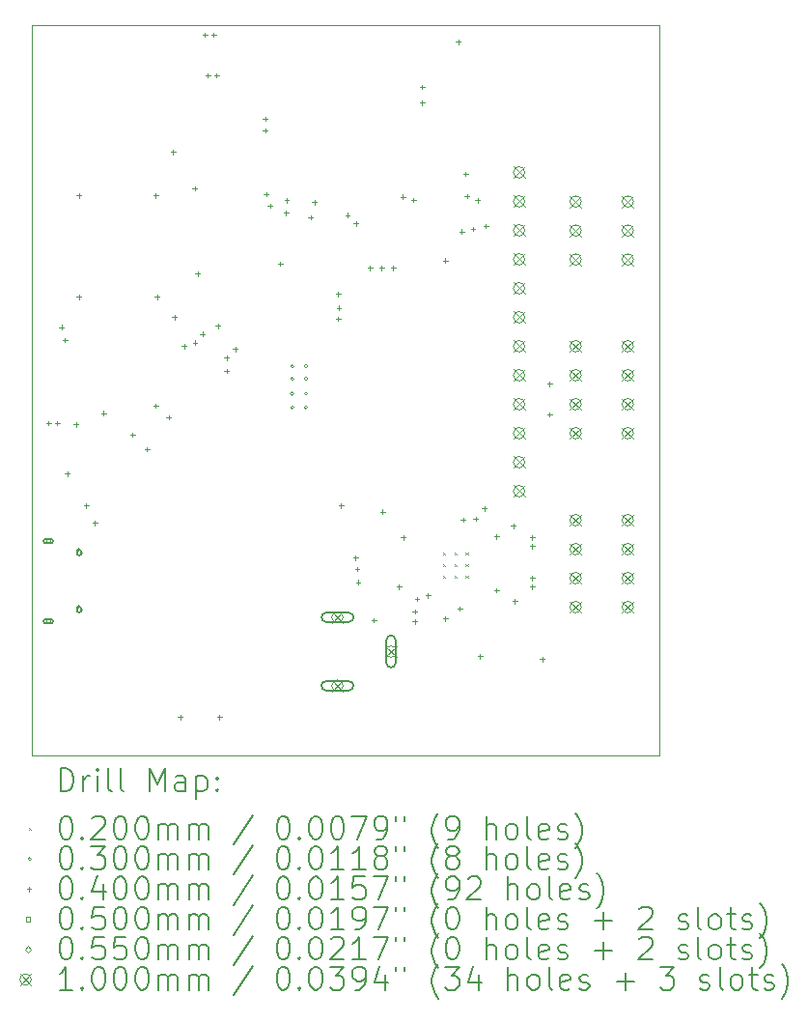
<source format=gbr>
%FSLAX45Y45*%
G04 Gerber Fmt 4.5, Leading zero omitted, Abs format (unit mm)*
G04 Created by KiCad (PCBNEW 6.0.4-6f826c9f35~116~ubuntu20.04.1) date 2022-03-30 04:56:45*
%MOMM*%
%LPD*%
G01*
G04 APERTURE LIST*
%TA.AperFunction,Profile*%
%ADD10C,0.100000*%
%TD*%
%ADD11C,0.200000*%
%ADD12C,0.020000*%
%ADD13C,0.030000*%
%ADD14C,0.040000*%
%ADD15C,0.050000*%
%ADD16C,0.055000*%
%ADD17C,0.100000*%
G04 APERTURE END LIST*
D10*
X10000000Y-6100000D02*
X15500000Y-6100000D01*
X15500000Y-6100000D02*
X15500000Y-12500000D01*
X15500000Y-12500000D02*
X10000000Y-12500000D01*
X10000000Y-12500000D02*
X10000000Y-6100000D01*
D11*
D12*
X13606000Y-10723100D02*
X13626000Y-10743100D01*
X13626000Y-10723100D02*
X13606000Y-10743100D01*
X13606000Y-10823100D02*
X13626000Y-10843100D01*
X13626000Y-10823100D02*
X13606000Y-10843100D01*
X13606000Y-10923100D02*
X13626000Y-10943100D01*
X13626000Y-10923100D02*
X13606000Y-10943100D01*
X13706000Y-10723100D02*
X13726000Y-10743100D01*
X13726000Y-10723100D02*
X13706000Y-10743100D01*
X13706000Y-10823100D02*
X13726000Y-10843100D01*
X13726000Y-10823100D02*
X13706000Y-10843100D01*
X13706000Y-10923100D02*
X13726000Y-10943100D01*
X13726000Y-10923100D02*
X13706000Y-10943100D01*
X13806000Y-10723100D02*
X13826000Y-10743100D01*
X13826000Y-10723100D02*
X13806000Y-10743100D01*
X13806000Y-10823100D02*
X13826000Y-10843100D01*
X13826000Y-10823100D02*
X13806000Y-10843100D01*
X13806000Y-10923100D02*
X13826000Y-10943100D01*
X13826000Y-10923100D02*
X13806000Y-10943100D01*
D13*
X12299400Y-9091000D02*
G75*
G03*
X12299400Y-9091000I-15000J0D01*
G01*
X12299400Y-9201000D02*
G75*
G03*
X12299400Y-9201000I-15000J0D01*
G01*
X12299400Y-9331000D02*
G75*
G03*
X12299400Y-9331000I-15000J0D01*
G01*
X12299400Y-9451000D02*
G75*
G03*
X12299400Y-9451000I-15000J0D01*
G01*
X12419400Y-9091000D02*
G75*
G03*
X12419400Y-9091000I-15000J0D01*
G01*
X12419400Y-9201000D02*
G75*
G03*
X12419400Y-9201000I-15000J0D01*
G01*
X12419400Y-9331000D02*
G75*
G03*
X12419400Y-9331000I-15000J0D01*
G01*
X12419400Y-9451000D02*
G75*
G03*
X12419400Y-9451000I-15000J0D01*
G01*
D14*
X10147300Y-9568500D02*
X10147300Y-9608500D01*
X10127300Y-9588500D02*
X10167300Y-9588500D01*
X10223500Y-9568500D02*
X10223500Y-9608500D01*
X10203500Y-9588500D02*
X10243500Y-9588500D01*
X10259051Y-8728611D02*
X10259051Y-8768611D01*
X10239051Y-8748611D02*
X10279051Y-8748611D01*
X10290750Y-8840780D02*
X10290750Y-8880780D01*
X10270750Y-8860780D02*
X10310750Y-8860780D01*
X10312400Y-10013000D02*
X10312400Y-10053000D01*
X10292400Y-10033000D02*
X10332400Y-10033000D01*
X10388600Y-9581200D02*
X10388600Y-9621200D01*
X10368600Y-9601200D02*
X10408600Y-9601200D01*
X10414000Y-7574600D02*
X10414000Y-7614600D01*
X10394000Y-7594600D02*
X10434000Y-7594600D01*
X10414000Y-8463600D02*
X10414000Y-8503600D01*
X10394000Y-8483600D02*
X10434000Y-8483600D01*
X10477500Y-10292400D02*
X10477500Y-10332400D01*
X10457500Y-10312400D02*
X10497500Y-10312400D01*
X10553700Y-10444800D02*
X10553700Y-10484800D01*
X10533700Y-10464800D02*
X10573700Y-10464800D01*
X10629900Y-9481650D02*
X10629900Y-9521650D01*
X10609900Y-9501650D02*
X10649900Y-9501650D01*
X10883900Y-9670100D02*
X10883900Y-9710100D01*
X10863900Y-9690100D02*
X10903900Y-9690100D01*
X11010900Y-9797100D02*
X11010900Y-9837100D01*
X10990900Y-9817100D02*
X11030900Y-9817100D01*
X11087100Y-7574600D02*
X11087100Y-7614600D01*
X11067100Y-7594600D02*
X11107100Y-7594600D01*
X11087100Y-9416100D02*
X11087100Y-9456100D01*
X11067100Y-9436100D02*
X11107100Y-9436100D01*
X11099800Y-8463600D02*
X11099800Y-8503600D01*
X11079800Y-8483600D02*
X11119800Y-8483600D01*
X11201400Y-9517700D02*
X11201400Y-9557700D01*
X11181400Y-9537700D02*
X11221400Y-9537700D01*
X11239500Y-7193600D02*
X11239500Y-7233600D01*
X11219500Y-7213600D02*
X11259500Y-7213600D01*
X11252200Y-8641400D02*
X11252200Y-8681400D01*
X11232200Y-8661400D02*
X11272200Y-8661400D01*
X11303000Y-12146600D02*
X11303000Y-12186600D01*
X11283000Y-12166600D02*
X11323000Y-12166600D01*
X11335621Y-8894060D02*
X11335621Y-8934060D01*
X11315621Y-8914060D02*
X11355621Y-8914060D01*
X11430000Y-7511100D02*
X11430000Y-7551100D01*
X11410000Y-7531100D02*
X11450000Y-7531100D01*
X11430504Y-8862639D02*
X11430504Y-8902639D01*
X11410504Y-8882639D02*
X11450504Y-8882639D01*
X11455400Y-8260400D02*
X11455400Y-8300400D01*
X11435400Y-8280400D02*
X11475400Y-8280400D01*
X11497250Y-8788241D02*
X11497250Y-8828241D01*
X11477250Y-8808241D02*
X11517250Y-8808241D01*
X11518900Y-6164900D02*
X11518900Y-6204900D01*
X11498900Y-6184900D02*
X11538900Y-6184900D01*
X11544300Y-6520500D02*
X11544300Y-6560500D01*
X11524300Y-6540500D02*
X11564300Y-6540500D01*
X11595100Y-6164900D02*
X11595100Y-6204900D01*
X11575100Y-6184900D02*
X11615100Y-6184900D01*
X11620500Y-6520500D02*
X11620500Y-6560500D01*
X11600500Y-6540500D02*
X11640500Y-6540500D01*
X11633200Y-8717600D02*
X11633200Y-8757600D01*
X11613200Y-8737600D02*
X11653200Y-8737600D01*
X11645900Y-12146600D02*
X11645900Y-12186600D01*
X11625900Y-12166600D02*
X11665900Y-12166600D01*
X11709400Y-8997000D02*
X11709400Y-9037000D01*
X11689400Y-9017000D02*
X11729400Y-9017000D01*
X11709400Y-9111300D02*
X11709400Y-9151300D01*
X11689400Y-9131300D02*
X11729400Y-9131300D01*
X11785600Y-8920800D02*
X11785600Y-8960800D01*
X11765600Y-8940800D02*
X11805600Y-8940800D01*
X12045850Y-6901500D02*
X12045850Y-6941500D01*
X12025850Y-6921500D02*
X12065850Y-6921500D01*
X12045850Y-7003100D02*
X12045850Y-7043100D01*
X12025850Y-7023100D02*
X12065850Y-7023100D01*
X12056050Y-7561900D02*
X12056050Y-7601900D01*
X12036050Y-7581900D02*
X12076050Y-7581900D01*
X12090400Y-7663500D02*
X12090400Y-7703500D01*
X12070400Y-7683500D02*
X12110400Y-7683500D01*
X12179300Y-8171500D02*
X12179300Y-8211500D01*
X12159300Y-8191500D02*
X12199300Y-8191500D01*
X12230100Y-7727000D02*
X12230100Y-7767000D01*
X12210100Y-7747000D02*
X12250100Y-7747000D01*
X12236350Y-7615042D02*
X12236350Y-7655042D01*
X12216350Y-7635042D02*
X12256350Y-7635042D01*
X12446000Y-7765100D02*
X12446000Y-7805100D01*
X12426000Y-7785100D02*
X12466000Y-7785100D01*
X12479088Y-7633088D02*
X12479088Y-7673088D01*
X12459088Y-7653088D02*
X12499088Y-7653088D01*
X12686948Y-8654452D02*
X12686948Y-8694452D01*
X12666948Y-8674452D02*
X12706948Y-8674452D01*
X12687300Y-8438200D02*
X12687300Y-8478200D01*
X12667300Y-8458200D02*
X12707300Y-8458200D01*
X12692975Y-8558175D02*
X12692975Y-8598175D01*
X12672975Y-8578175D02*
X12712975Y-8578175D01*
X12712700Y-10292400D02*
X12712700Y-10332400D01*
X12692700Y-10312400D02*
X12732700Y-10312400D01*
X12768076Y-7744636D02*
X12768076Y-7784636D01*
X12748076Y-7764636D02*
X12788076Y-7764636D01*
X12839700Y-10749600D02*
X12839700Y-10789600D01*
X12819700Y-10769600D02*
X12859700Y-10769600D01*
X12842908Y-7819468D02*
X12842908Y-7859468D01*
X12822908Y-7839468D02*
X12862908Y-7839468D01*
X12853835Y-10848546D02*
X12853835Y-10888546D01*
X12833835Y-10868546D02*
X12873835Y-10868546D01*
X12861332Y-10963993D02*
X12861332Y-11003993D01*
X12841332Y-10983993D02*
X12881332Y-10983993D01*
X12966700Y-8209600D02*
X12966700Y-8249600D01*
X12946700Y-8229600D02*
X12986700Y-8229600D01*
X13001050Y-11295700D02*
X13001050Y-11335700D01*
X12981050Y-11315700D02*
X13021050Y-11315700D01*
X13068300Y-8209600D02*
X13068300Y-8249600D01*
X13048300Y-8229600D02*
X13088300Y-8229600D01*
X13075694Y-10345913D02*
X13075694Y-10385913D01*
X13055694Y-10365913D02*
X13095694Y-10365913D01*
X13169900Y-8209600D02*
X13169900Y-8249600D01*
X13149900Y-8229600D02*
X13189900Y-8229600D01*
X13220700Y-11003600D02*
X13220700Y-11043600D01*
X13200700Y-11023600D02*
X13240700Y-11023600D01*
X13253301Y-7584195D02*
X13253301Y-7624195D01*
X13233301Y-7604195D02*
X13273301Y-7604195D01*
X13258800Y-10571800D02*
X13258800Y-10611800D01*
X13238800Y-10591800D02*
X13278800Y-10591800D01*
X13348668Y-7614114D02*
X13348668Y-7654114D01*
X13328668Y-7634114D02*
X13368668Y-7634114D01*
X13360400Y-11219500D02*
X13360400Y-11259500D01*
X13340400Y-11239500D02*
X13380400Y-11239500D01*
X13360400Y-11308400D02*
X13360400Y-11348400D01*
X13340400Y-11328400D02*
X13380400Y-11328400D01*
X13379263Y-11109495D02*
X13379263Y-11149495D01*
X13359263Y-11129495D02*
X13399263Y-11129495D01*
X13423900Y-6622100D02*
X13423900Y-6662100D01*
X13403900Y-6642100D02*
X13443900Y-6642100D01*
X13423900Y-6761800D02*
X13423900Y-6801800D01*
X13403900Y-6781800D02*
X13443900Y-6781800D01*
X13474700Y-11079800D02*
X13474700Y-11119800D01*
X13454700Y-11099800D02*
X13494700Y-11099800D01*
X13625984Y-8143624D02*
X13625984Y-8183624D01*
X13605984Y-8163624D02*
X13645984Y-8163624D01*
X13626150Y-11283000D02*
X13626150Y-11323000D01*
X13606150Y-11303000D02*
X13646150Y-11303000D01*
X13741400Y-6228400D02*
X13741400Y-6268400D01*
X13721400Y-6248400D02*
X13761400Y-6248400D01*
X13754100Y-11194100D02*
X13754100Y-11234100D01*
X13734100Y-11214100D02*
X13774100Y-11214100D01*
X13771688Y-7889186D02*
X13771688Y-7929186D01*
X13751688Y-7909186D02*
X13791688Y-7909186D01*
X13781338Y-10416702D02*
X13781338Y-10456702D01*
X13761338Y-10436702D02*
X13801338Y-10436702D01*
X13804900Y-7384100D02*
X13804900Y-7424100D01*
X13784900Y-7404100D02*
X13824900Y-7404100D01*
X13817170Y-7579899D02*
X13817170Y-7619899D01*
X13797170Y-7599899D02*
X13837170Y-7599899D01*
X13869041Y-7866551D02*
X13869041Y-7906551D01*
X13849041Y-7886551D02*
X13889041Y-7886551D01*
X13893800Y-10406700D02*
X13893800Y-10446700D01*
X13873800Y-10426700D02*
X13913800Y-10426700D01*
X13910832Y-7614791D02*
X13910832Y-7654791D01*
X13890832Y-7634791D02*
X13930832Y-7634791D01*
X13931900Y-11613200D02*
X13931900Y-11653200D01*
X13911900Y-11633200D02*
X13951900Y-11633200D01*
X13970000Y-10317800D02*
X13970000Y-10357800D01*
X13950000Y-10337800D02*
X13990000Y-10337800D01*
X13982700Y-7841850D02*
X13982700Y-7881850D01*
X13962700Y-7861850D02*
X14002700Y-7861850D01*
X14075850Y-10563110D02*
X14075850Y-10603110D01*
X14055850Y-10583110D02*
X14095850Y-10583110D01*
X14075850Y-11033250D02*
X14075850Y-11073250D01*
X14055850Y-11053250D02*
X14095850Y-11053250D01*
X14224000Y-10470200D02*
X14224000Y-10510200D01*
X14204000Y-10490200D02*
X14244000Y-10490200D01*
X14236700Y-11130600D02*
X14236700Y-11170600D01*
X14216700Y-11150600D02*
X14256700Y-11150600D01*
X14389100Y-10571800D02*
X14389100Y-10611800D01*
X14369100Y-10591800D02*
X14409100Y-10591800D01*
X14389100Y-10648000D02*
X14389100Y-10688000D01*
X14369100Y-10668000D02*
X14409100Y-10668000D01*
X14389100Y-10927400D02*
X14389100Y-10967400D01*
X14369100Y-10947400D02*
X14409100Y-10947400D01*
X14389100Y-11003600D02*
X14389100Y-11043600D01*
X14369100Y-11023600D02*
X14409100Y-11023600D01*
X14478000Y-11638600D02*
X14478000Y-11678600D01*
X14458000Y-11658600D02*
X14498000Y-11658600D01*
X14541500Y-9225600D02*
X14541500Y-9265600D01*
X14521500Y-9245600D02*
X14561500Y-9245600D01*
X14541500Y-9492300D02*
X14541500Y-9532300D01*
X14521500Y-9512300D02*
X14561500Y-9512300D01*
D15*
X10161978Y-10640478D02*
X10161978Y-10605122D01*
X10126622Y-10605122D01*
X10126622Y-10640478D01*
X10161978Y-10640478D01*
D11*
X10176800Y-10607800D02*
X10111800Y-10607800D01*
X10176800Y-10637800D02*
X10111800Y-10637800D01*
X10111800Y-10607800D02*
G75*
G03*
X10111800Y-10637800I0J-15000D01*
G01*
X10176800Y-10637800D02*
G75*
G03*
X10176800Y-10607800I0J15000D01*
G01*
D15*
X10161978Y-11340478D02*
X10161978Y-11305122D01*
X10126622Y-11305122D01*
X10126622Y-11340478D01*
X10161978Y-11340478D01*
D11*
X10176800Y-11307800D02*
X10111800Y-11307800D01*
X10176800Y-11337800D02*
X10111800Y-11337800D01*
X10111800Y-11307800D02*
G75*
G03*
X10111800Y-11337800I0J-15000D01*
G01*
X10176800Y-11337800D02*
G75*
G03*
X10176800Y-11307800I0J15000D01*
G01*
D16*
X10414300Y-10750300D02*
X10441800Y-10722800D01*
X10414300Y-10695300D01*
X10386800Y-10722800D01*
X10414300Y-10750300D01*
D11*
X10396800Y-10707800D02*
X10396800Y-10737800D01*
X10431800Y-10707800D02*
X10431800Y-10737800D01*
X10396800Y-10737800D02*
G75*
G03*
X10431800Y-10737800I17500J0D01*
G01*
X10431800Y-10707800D02*
G75*
G03*
X10396800Y-10707800I-17500J0D01*
G01*
D16*
X10414300Y-11250300D02*
X10441800Y-11222800D01*
X10414300Y-11195300D01*
X10386800Y-11222800D01*
X10414300Y-11250300D01*
D11*
X10396800Y-11207800D02*
X10396800Y-11237800D01*
X10431800Y-11207800D02*
X10431800Y-11237800D01*
X10396800Y-11237800D02*
G75*
G03*
X10431800Y-11237800I17500J0D01*
G01*
X10431800Y-11207800D02*
G75*
G03*
X10396800Y-11207800I-17500J0D01*
G01*
D17*
X12630450Y-11241025D02*
X12730450Y-11341025D01*
X12730450Y-11241025D02*
X12630450Y-11341025D01*
X12730450Y-11291025D02*
G75*
G03*
X12730450Y-11291025I-50000J0D01*
G01*
D11*
X12580450Y-11331025D02*
X12780450Y-11331025D01*
X12580450Y-11251025D02*
X12780450Y-11251025D01*
X12780450Y-11331025D02*
G75*
G03*
X12780450Y-11251025I0J40000D01*
G01*
X12580450Y-11251025D02*
G75*
G03*
X12580450Y-11331025I0J-40000D01*
G01*
D17*
X12630450Y-11841025D02*
X12730450Y-11941025D01*
X12730450Y-11841025D02*
X12630450Y-11941025D01*
X12730450Y-11891025D02*
G75*
G03*
X12730450Y-11891025I-50000J0D01*
G01*
D11*
X12580450Y-11931025D02*
X12780450Y-11931025D01*
X12580450Y-11851025D02*
X12780450Y-11851025D01*
X12780450Y-11931025D02*
G75*
G03*
X12780450Y-11851025I0J40000D01*
G01*
X12580450Y-11851025D02*
G75*
G03*
X12580450Y-11931025I0J-40000D01*
G01*
D17*
X13100450Y-11541025D02*
X13200450Y-11641025D01*
X13200450Y-11541025D02*
X13100450Y-11641025D01*
X13200450Y-11591025D02*
G75*
G03*
X13200450Y-11591025I-50000J0D01*
G01*
D11*
X13190450Y-11691025D02*
X13190450Y-11491025D01*
X13110450Y-11691025D02*
X13110450Y-11491025D01*
X13190450Y-11491025D02*
G75*
G03*
X13110450Y-11491025I-40000J0D01*
G01*
X13110450Y-11691025D02*
G75*
G03*
X13190450Y-11691025I40000J0D01*
G01*
D17*
X14224800Y-7340900D02*
X14324800Y-7440900D01*
X14324800Y-7340900D02*
X14224800Y-7440900D01*
X14324800Y-7390900D02*
G75*
G03*
X14324800Y-7390900I-50000J0D01*
G01*
X14224800Y-7594900D02*
X14324800Y-7694900D01*
X14324800Y-7594900D02*
X14224800Y-7694900D01*
X14324800Y-7644900D02*
G75*
G03*
X14324800Y-7644900I-50000J0D01*
G01*
X14224800Y-7848900D02*
X14324800Y-7948900D01*
X14324800Y-7848900D02*
X14224800Y-7948900D01*
X14324800Y-7898900D02*
G75*
G03*
X14324800Y-7898900I-50000J0D01*
G01*
X14224800Y-8102900D02*
X14324800Y-8202900D01*
X14324800Y-8102900D02*
X14224800Y-8202900D01*
X14324800Y-8152900D02*
G75*
G03*
X14324800Y-8152900I-50000J0D01*
G01*
X14224800Y-8356900D02*
X14324800Y-8456900D01*
X14324800Y-8356900D02*
X14224800Y-8456900D01*
X14324800Y-8406900D02*
G75*
G03*
X14324800Y-8406900I-50000J0D01*
G01*
X14224800Y-8610900D02*
X14324800Y-8710900D01*
X14324800Y-8610900D02*
X14224800Y-8710900D01*
X14324800Y-8660900D02*
G75*
G03*
X14324800Y-8660900I-50000J0D01*
G01*
X14224800Y-8864900D02*
X14324800Y-8964900D01*
X14324800Y-8864900D02*
X14224800Y-8964900D01*
X14324800Y-8914900D02*
G75*
G03*
X14324800Y-8914900I-50000J0D01*
G01*
X14224800Y-9118900D02*
X14324800Y-9218900D01*
X14324800Y-9118900D02*
X14224800Y-9218900D01*
X14324800Y-9168900D02*
G75*
G03*
X14324800Y-9168900I-50000J0D01*
G01*
X14224800Y-9372900D02*
X14324800Y-9472900D01*
X14324800Y-9372900D02*
X14224800Y-9472900D01*
X14324800Y-9422900D02*
G75*
G03*
X14324800Y-9422900I-50000J0D01*
G01*
X14224800Y-9626900D02*
X14324800Y-9726900D01*
X14324800Y-9626900D02*
X14224800Y-9726900D01*
X14324800Y-9676900D02*
G75*
G03*
X14324800Y-9676900I-50000J0D01*
G01*
X14224800Y-9880900D02*
X14324800Y-9980900D01*
X14324800Y-9880900D02*
X14224800Y-9980900D01*
X14324800Y-9930900D02*
G75*
G03*
X14324800Y-9930900I-50000J0D01*
G01*
X14224800Y-10134900D02*
X14324800Y-10234900D01*
X14324800Y-10134900D02*
X14224800Y-10234900D01*
X14324800Y-10184900D02*
G75*
G03*
X14324800Y-10184900I-50000J0D01*
G01*
X14720100Y-7596900D02*
X14820100Y-7696900D01*
X14820100Y-7596900D02*
X14720100Y-7696900D01*
X14820100Y-7646900D02*
G75*
G03*
X14820100Y-7646900I-50000J0D01*
G01*
X14720100Y-7850900D02*
X14820100Y-7950900D01*
X14820100Y-7850900D02*
X14720100Y-7950900D01*
X14820100Y-7900900D02*
G75*
G03*
X14820100Y-7900900I-50000J0D01*
G01*
X14720100Y-8104900D02*
X14820100Y-8204900D01*
X14820100Y-8104900D02*
X14720100Y-8204900D01*
X14820100Y-8154900D02*
G75*
G03*
X14820100Y-8154900I-50000J0D01*
G01*
X14720100Y-8865400D02*
X14820100Y-8965400D01*
X14820100Y-8865400D02*
X14720100Y-8965400D01*
X14820100Y-8915400D02*
G75*
G03*
X14820100Y-8915400I-50000J0D01*
G01*
X14720100Y-9119400D02*
X14820100Y-9219400D01*
X14820100Y-9119400D02*
X14720100Y-9219400D01*
X14820100Y-9169400D02*
G75*
G03*
X14820100Y-9169400I-50000J0D01*
G01*
X14720100Y-9373400D02*
X14820100Y-9473400D01*
X14820100Y-9373400D02*
X14720100Y-9473400D01*
X14820100Y-9423400D02*
G75*
G03*
X14820100Y-9423400I-50000J0D01*
G01*
X14720100Y-9627400D02*
X14820100Y-9727400D01*
X14820100Y-9627400D02*
X14720100Y-9727400D01*
X14820100Y-9677400D02*
G75*
G03*
X14820100Y-9677400I-50000J0D01*
G01*
X14720100Y-10389400D02*
X14820100Y-10489400D01*
X14820100Y-10389400D02*
X14720100Y-10489400D01*
X14820100Y-10439400D02*
G75*
G03*
X14820100Y-10439400I-50000J0D01*
G01*
X14720100Y-10643400D02*
X14820100Y-10743400D01*
X14820100Y-10643400D02*
X14720100Y-10743400D01*
X14820100Y-10693400D02*
G75*
G03*
X14820100Y-10693400I-50000J0D01*
G01*
X14720100Y-10897400D02*
X14820100Y-10997400D01*
X14820100Y-10897400D02*
X14720100Y-10997400D01*
X14820100Y-10947400D02*
G75*
G03*
X14820100Y-10947400I-50000J0D01*
G01*
X14720100Y-11151400D02*
X14820100Y-11251400D01*
X14820100Y-11151400D02*
X14720100Y-11251400D01*
X14820100Y-11201400D02*
G75*
G03*
X14820100Y-11201400I-50000J0D01*
G01*
X15177300Y-7596900D02*
X15277300Y-7696900D01*
X15277300Y-7596900D02*
X15177300Y-7696900D01*
X15277300Y-7646900D02*
G75*
G03*
X15277300Y-7646900I-50000J0D01*
G01*
X15177300Y-7850900D02*
X15277300Y-7950900D01*
X15277300Y-7850900D02*
X15177300Y-7950900D01*
X15277300Y-7900900D02*
G75*
G03*
X15277300Y-7900900I-50000J0D01*
G01*
X15177300Y-8104900D02*
X15277300Y-8204900D01*
X15277300Y-8104900D02*
X15177300Y-8204900D01*
X15277300Y-8154900D02*
G75*
G03*
X15277300Y-8154900I-50000J0D01*
G01*
X15177300Y-8865400D02*
X15277300Y-8965400D01*
X15277300Y-8865400D02*
X15177300Y-8965400D01*
X15277300Y-8915400D02*
G75*
G03*
X15277300Y-8915400I-50000J0D01*
G01*
X15177300Y-9119400D02*
X15277300Y-9219400D01*
X15277300Y-9119400D02*
X15177300Y-9219400D01*
X15277300Y-9169400D02*
G75*
G03*
X15277300Y-9169400I-50000J0D01*
G01*
X15177300Y-9373400D02*
X15277300Y-9473400D01*
X15277300Y-9373400D02*
X15177300Y-9473400D01*
X15277300Y-9423400D02*
G75*
G03*
X15277300Y-9423400I-50000J0D01*
G01*
X15177300Y-9627400D02*
X15277300Y-9727400D01*
X15277300Y-9627400D02*
X15177300Y-9727400D01*
X15277300Y-9677400D02*
G75*
G03*
X15277300Y-9677400I-50000J0D01*
G01*
X15177300Y-10389400D02*
X15277300Y-10489400D01*
X15277300Y-10389400D02*
X15177300Y-10489400D01*
X15277300Y-10439400D02*
G75*
G03*
X15277300Y-10439400I-50000J0D01*
G01*
X15177300Y-10643400D02*
X15277300Y-10743400D01*
X15277300Y-10643400D02*
X15177300Y-10743400D01*
X15277300Y-10693400D02*
G75*
G03*
X15277300Y-10693400I-50000J0D01*
G01*
X15177300Y-10897400D02*
X15277300Y-10997400D01*
X15277300Y-10897400D02*
X15177300Y-10997400D01*
X15277300Y-10947400D02*
G75*
G03*
X15277300Y-10947400I-50000J0D01*
G01*
X15177300Y-11151400D02*
X15277300Y-11251400D01*
X15277300Y-11151400D02*
X15177300Y-11251400D01*
X15277300Y-11201400D02*
G75*
G03*
X15277300Y-11201400I-50000J0D01*
G01*
D11*
X10252619Y-12815476D02*
X10252619Y-12615476D01*
X10300238Y-12615476D01*
X10328810Y-12625000D01*
X10347857Y-12644048D01*
X10357381Y-12663095D01*
X10366905Y-12701190D01*
X10366905Y-12729762D01*
X10357381Y-12767857D01*
X10347857Y-12786905D01*
X10328810Y-12805952D01*
X10300238Y-12815476D01*
X10252619Y-12815476D01*
X10452619Y-12815476D02*
X10452619Y-12682143D01*
X10452619Y-12720238D02*
X10462143Y-12701190D01*
X10471667Y-12691667D01*
X10490714Y-12682143D01*
X10509762Y-12682143D01*
X10576429Y-12815476D02*
X10576429Y-12682143D01*
X10576429Y-12615476D02*
X10566905Y-12625000D01*
X10576429Y-12634524D01*
X10585952Y-12625000D01*
X10576429Y-12615476D01*
X10576429Y-12634524D01*
X10700238Y-12815476D02*
X10681190Y-12805952D01*
X10671667Y-12786905D01*
X10671667Y-12615476D01*
X10805000Y-12815476D02*
X10785952Y-12805952D01*
X10776429Y-12786905D01*
X10776429Y-12615476D01*
X11033571Y-12815476D02*
X11033571Y-12615476D01*
X11100238Y-12758333D01*
X11166905Y-12615476D01*
X11166905Y-12815476D01*
X11347857Y-12815476D02*
X11347857Y-12710714D01*
X11338333Y-12691667D01*
X11319286Y-12682143D01*
X11281190Y-12682143D01*
X11262143Y-12691667D01*
X11347857Y-12805952D02*
X11328809Y-12815476D01*
X11281190Y-12815476D01*
X11262143Y-12805952D01*
X11252619Y-12786905D01*
X11252619Y-12767857D01*
X11262143Y-12748809D01*
X11281190Y-12739286D01*
X11328809Y-12739286D01*
X11347857Y-12729762D01*
X11443095Y-12682143D02*
X11443095Y-12882143D01*
X11443095Y-12691667D02*
X11462143Y-12682143D01*
X11500238Y-12682143D01*
X11519286Y-12691667D01*
X11528809Y-12701190D01*
X11538333Y-12720238D01*
X11538333Y-12777381D01*
X11528809Y-12796428D01*
X11519286Y-12805952D01*
X11500238Y-12815476D01*
X11462143Y-12815476D01*
X11443095Y-12805952D01*
X11624048Y-12796428D02*
X11633571Y-12805952D01*
X11624048Y-12815476D01*
X11614524Y-12805952D01*
X11624048Y-12796428D01*
X11624048Y-12815476D01*
X11624048Y-12691667D02*
X11633571Y-12701190D01*
X11624048Y-12710714D01*
X11614524Y-12701190D01*
X11624048Y-12691667D01*
X11624048Y-12710714D01*
D12*
X9975000Y-13135000D02*
X9995000Y-13155000D01*
X9995000Y-13135000D02*
X9975000Y-13155000D01*
D11*
X10290714Y-13035476D02*
X10309762Y-13035476D01*
X10328810Y-13045000D01*
X10338333Y-13054524D01*
X10347857Y-13073571D01*
X10357381Y-13111667D01*
X10357381Y-13159286D01*
X10347857Y-13197381D01*
X10338333Y-13216428D01*
X10328810Y-13225952D01*
X10309762Y-13235476D01*
X10290714Y-13235476D01*
X10271667Y-13225952D01*
X10262143Y-13216428D01*
X10252619Y-13197381D01*
X10243095Y-13159286D01*
X10243095Y-13111667D01*
X10252619Y-13073571D01*
X10262143Y-13054524D01*
X10271667Y-13045000D01*
X10290714Y-13035476D01*
X10443095Y-13216428D02*
X10452619Y-13225952D01*
X10443095Y-13235476D01*
X10433571Y-13225952D01*
X10443095Y-13216428D01*
X10443095Y-13235476D01*
X10528810Y-13054524D02*
X10538333Y-13045000D01*
X10557381Y-13035476D01*
X10605000Y-13035476D01*
X10624048Y-13045000D01*
X10633571Y-13054524D01*
X10643095Y-13073571D01*
X10643095Y-13092619D01*
X10633571Y-13121190D01*
X10519286Y-13235476D01*
X10643095Y-13235476D01*
X10766905Y-13035476D02*
X10785952Y-13035476D01*
X10805000Y-13045000D01*
X10814524Y-13054524D01*
X10824048Y-13073571D01*
X10833571Y-13111667D01*
X10833571Y-13159286D01*
X10824048Y-13197381D01*
X10814524Y-13216428D01*
X10805000Y-13225952D01*
X10785952Y-13235476D01*
X10766905Y-13235476D01*
X10747857Y-13225952D01*
X10738333Y-13216428D01*
X10728810Y-13197381D01*
X10719286Y-13159286D01*
X10719286Y-13111667D01*
X10728810Y-13073571D01*
X10738333Y-13054524D01*
X10747857Y-13045000D01*
X10766905Y-13035476D01*
X10957381Y-13035476D02*
X10976429Y-13035476D01*
X10995476Y-13045000D01*
X11005000Y-13054524D01*
X11014524Y-13073571D01*
X11024048Y-13111667D01*
X11024048Y-13159286D01*
X11014524Y-13197381D01*
X11005000Y-13216428D01*
X10995476Y-13225952D01*
X10976429Y-13235476D01*
X10957381Y-13235476D01*
X10938333Y-13225952D01*
X10928810Y-13216428D01*
X10919286Y-13197381D01*
X10909762Y-13159286D01*
X10909762Y-13111667D01*
X10919286Y-13073571D01*
X10928810Y-13054524D01*
X10938333Y-13045000D01*
X10957381Y-13035476D01*
X11109762Y-13235476D02*
X11109762Y-13102143D01*
X11109762Y-13121190D02*
X11119286Y-13111667D01*
X11138333Y-13102143D01*
X11166905Y-13102143D01*
X11185952Y-13111667D01*
X11195476Y-13130714D01*
X11195476Y-13235476D01*
X11195476Y-13130714D02*
X11205000Y-13111667D01*
X11224048Y-13102143D01*
X11252619Y-13102143D01*
X11271667Y-13111667D01*
X11281190Y-13130714D01*
X11281190Y-13235476D01*
X11376428Y-13235476D02*
X11376428Y-13102143D01*
X11376428Y-13121190D02*
X11385952Y-13111667D01*
X11405000Y-13102143D01*
X11433571Y-13102143D01*
X11452619Y-13111667D01*
X11462143Y-13130714D01*
X11462143Y-13235476D01*
X11462143Y-13130714D02*
X11471667Y-13111667D01*
X11490714Y-13102143D01*
X11519286Y-13102143D01*
X11538333Y-13111667D01*
X11547857Y-13130714D01*
X11547857Y-13235476D01*
X11938333Y-13025952D02*
X11766905Y-13283095D01*
X12195476Y-13035476D02*
X12214524Y-13035476D01*
X12233571Y-13045000D01*
X12243095Y-13054524D01*
X12252619Y-13073571D01*
X12262143Y-13111667D01*
X12262143Y-13159286D01*
X12252619Y-13197381D01*
X12243095Y-13216428D01*
X12233571Y-13225952D01*
X12214524Y-13235476D01*
X12195476Y-13235476D01*
X12176428Y-13225952D01*
X12166905Y-13216428D01*
X12157381Y-13197381D01*
X12147857Y-13159286D01*
X12147857Y-13111667D01*
X12157381Y-13073571D01*
X12166905Y-13054524D01*
X12176428Y-13045000D01*
X12195476Y-13035476D01*
X12347857Y-13216428D02*
X12357381Y-13225952D01*
X12347857Y-13235476D01*
X12338333Y-13225952D01*
X12347857Y-13216428D01*
X12347857Y-13235476D01*
X12481190Y-13035476D02*
X12500238Y-13035476D01*
X12519286Y-13045000D01*
X12528809Y-13054524D01*
X12538333Y-13073571D01*
X12547857Y-13111667D01*
X12547857Y-13159286D01*
X12538333Y-13197381D01*
X12528809Y-13216428D01*
X12519286Y-13225952D01*
X12500238Y-13235476D01*
X12481190Y-13235476D01*
X12462143Y-13225952D01*
X12452619Y-13216428D01*
X12443095Y-13197381D01*
X12433571Y-13159286D01*
X12433571Y-13111667D01*
X12443095Y-13073571D01*
X12452619Y-13054524D01*
X12462143Y-13045000D01*
X12481190Y-13035476D01*
X12671667Y-13035476D02*
X12690714Y-13035476D01*
X12709762Y-13045000D01*
X12719286Y-13054524D01*
X12728809Y-13073571D01*
X12738333Y-13111667D01*
X12738333Y-13159286D01*
X12728809Y-13197381D01*
X12719286Y-13216428D01*
X12709762Y-13225952D01*
X12690714Y-13235476D01*
X12671667Y-13235476D01*
X12652619Y-13225952D01*
X12643095Y-13216428D01*
X12633571Y-13197381D01*
X12624048Y-13159286D01*
X12624048Y-13111667D01*
X12633571Y-13073571D01*
X12643095Y-13054524D01*
X12652619Y-13045000D01*
X12671667Y-13035476D01*
X12805000Y-13035476D02*
X12938333Y-13035476D01*
X12852619Y-13235476D01*
X13024048Y-13235476D02*
X13062143Y-13235476D01*
X13081190Y-13225952D01*
X13090714Y-13216428D01*
X13109762Y-13187857D01*
X13119286Y-13149762D01*
X13119286Y-13073571D01*
X13109762Y-13054524D01*
X13100238Y-13045000D01*
X13081190Y-13035476D01*
X13043095Y-13035476D01*
X13024048Y-13045000D01*
X13014524Y-13054524D01*
X13005000Y-13073571D01*
X13005000Y-13121190D01*
X13014524Y-13140238D01*
X13024048Y-13149762D01*
X13043095Y-13159286D01*
X13081190Y-13159286D01*
X13100238Y-13149762D01*
X13109762Y-13140238D01*
X13119286Y-13121190D01*
X13195476Y-13035476D02*
X13195476Y-13073571D01*
X13271667Y-13035476D02*
X13271667Y-13073571D01*
X13566905Y-13311667D02*
X13557381Y-13302143D01*
X13538333Y-13273571D01*
X13528809Y-13254524D01*
X13519286Y-13225952D01*
X13509762Y-13178333D01*
X13509762Y-13140238D01*
X13519286Y-13092619D01*
X13528809Y-13064048D01*
X13538333Y-13045000D01*
X13557381Y-13016428D01*
X13566905Y-13006905D01*
X13652619Y-13235476D02*
X13690714Y-13235476D01*
X13709762Y-13225952D01*
X13719286Y-13216428D01*
X13738333Y-13187857D01*
X13747857Y-13149762D01*
X13747857Y-13073571D01*
X13738333Y-13054524D01*
X13728809Y-13045000D01*
X13709762Y-13035476D01*
X13671667Y-13035476D01*
X13652619Y-13045000D01*
X13643095Y-13054524D01*
X13633571Y-13073571D01*
X13633571Y-13121190D01*
X13643095Y-13140238D01*
X13652619Y-13149762D01*
X13671667Y-13159286D01*
X13709762Y-13159286D01*
X13728809Y-13149762D01*
X13738333Y-13140238D01*
X13747857Y-13121190D01*
X13985952Y-13235476D02*
X13985952Y-13035476D01*
X14071667Y-13235476D02*
X14071667Y-13130714D01*
X14062143Y-13111667D01*
X14043095Y-13102143D01*
X14014524Y-13102143D01*
X13995476Y-13111667D01*
X13985952Y-13121190D01*
X14195476Y-13235476D02*
X14176428Y-13225952D01*
X14166905Y-13216428D01*
X14157381Y-13197381D01*
X14157381Y-13140238D01*
X14166905Y-13121190D01*
X14176428Y-13111667D01*
X14195476Y-13102143D01*
X14224048Y-13102143D01*
X14243095Y-13111667D01*
X14252619Y-13121190D01*
X14262143Y-13140238D01*
X14262143Y-13197381D01*
X14252619Y-13216428D01*
X14243095Y-13225952D01*
X14224048Y-13235476D01*
X14195476Y-13235476D01*
X14376428Y-13235476D02*
X14357381Y-13225952D01*
X14347857Y-13206905D01*
X14347857Y-13035476D01*
X14528809Y-13225952D02*
X14509762Y-13235476D01*
X14471667Y-13235476D01*
X14452619Y-13225952D01*
X14443095Y-13206905D01*
X14443095Y-13130714D01*
X14452619Y-13111667D01*
X14471667Y-13102143D01*
X14509762Y-13102143D01*
X14528809Y-13111667D01*
X14538333Y-13130714D01*
X14538333Y-13149762D01*
X14443095Y-13168809D01*
X14614524Y-13225952D02*
X14633571Y-13235476D01*
X14671667Y-13235476D01*
X14690714Y-13225952D01*
X14700238Y-13206905D01*
X14700238Y-13197381D01*
X14690714Y-13178333D01*
X14671667Y-13168809D01*
X14643095Y-13168809D01*
X14624048Y-13159286D01*
X14614524Y-13140238D01*
X14614524Y-13130714D01*
X14624048Y-13111667D01*
X14643095Y-13102143D01*
X14671667Y-13102143D01*
X14690714Y-13111667D01*
X14766905Y-13311667D02*
X14776428Y-13302143D01*
X14795476Y-13273571D01*
X14805000Y-13254524D01*
X14814524Y-13225952D01*
X14824048Y-13178333D01*
X14824048Y-13140238D01*
X14814524Y-13092619D01*
X14805000Y-13064048D01*
X14795476Y-13045000D01*
X14776428Y-13016428D01*
X14766905Y-13006905D01*
D13*
X9995000Y-13409000D02*
G75*
G03*
X9995000Y-13409000I-15000J0D01*
G01*
D11*
X10290714Y-13299476D02*
X10309762Y-13299476D01*
X10328810Y-13309000D01*
X10338333Y-13318524D01*
X10347857Y-13337571D01*
X10357381Y-13375667D01*
X10357381Y-13423286D01*
X10347857Y-13461381D01*
X10338333Y-13480428D01*
X10328810Y-13489952D01*
X10309762Y-13499476D01*
X10290714Y-13499476D01*
X10271667Y-13489952D01*
X10262143Y-13480428D01*
X10252619Y-13461381D01*
X10243095Y-13423286D01*
X10243095Y-13375667D01*
X10252619Y-13337571D01*
X10262143Y-13318524D01*
X10271667Y-13309000D01*
X10290714Y-13299476D01*
X10443095Y-13480428D02*
X10452619Y-13489952D01*
X10443095Y-13499476D01*
X10433571Y-13489952D01*
X10443095Y-13480428D01*
X10443095Y-13499476D01*
X10519286Y-13299476D02*
X10643095Y-13299476D01*
X10576429Y-13375667D01*
X10605000Y-13375667D01*
X10624048Y-13385190D01*
X10633571Y-13394714D01*
X10643095Y-13413762D01*
X10643095Y-13461381D01*
X10633571Y-13480428D01*
X10624048Y-13489952D01*
X10605000Y-13499476D01*
X10547857Y-13499476D01*
X10528810Y-13489952D01*
X10519286Y-13480428D01*
X10766905Y-13299476D02*
X10785952Y-13299476D01*
X10805000Y-13309000D01*
X10814524Y-13318524D01*
X10824048Y-13337571D01*
X10833571Y-13375667D01*
X10833571Y-13423286D01*
X10824048Y-13461381D01*
X10814524Y-13480428D01*
X10805000Y-13489952D01*
X10785952Y-13499476D01*
X10766905Y-13499476D01*
X10747857Y-13489952D01*
X10738333Y-13480428D01*
X10728810Y-13461381D01*
X10719286Y-13423286D01*
X10719286Y-13375667D01*
X10728810Y-13337571D01*
X10738333Y-13318524D01*
X10747857Y-13309000D01*
X10766905Y-13299476D01*
X10957381Y-13299476D02*
X10976429Y-13299476D01*
X10995476Y-13309000D01*
X11005000Y-13318524D01*
X11014524Y-13337571D01*
X11024048Y-13375667D01*
X11024048Y-13423286D01*
X11014524Y-13461381D01*
X11005000Y-13480428D01*
X10995476Y-13489952D01*
X10976429Y-13499476D01*
X10957381Y-13499476D01*
X10938333Y-13489952D01*
X10928810Y-13480428D01*
X10919286Y-13461381D01*
X10909762Y-13423286D01*
X10909762Y-13375667D01*
X10919286Y-13337571D01*
X10928810Y-13318524D01*
X10938333Y-13309000D01*
X10957381Y-13299476D01*
X11109762Y-13499476D02*
X11109762Y-13366143D01*
X11109762Y-13385190D02*
X11119286Y-13375667D01*
X11138333Y-13366143D01*
X11166905Y-13366143D01*
X11185952Y-13375667D01*
X11195476Y-13394714D01*
X11195476Y-13499476D01*
X11195476Y-13394714D02*
X11205000Y-13375667D01*
X11224048Y-13366143D01*
X11252619Y-13366143D01*
X11271667Y-13375667D01*
X11281190Y-13394714D01*
X11281190Y-13499476D01*
X11376428Y-13499476D02*
X11376428Y-13366143D01*
X11376428Y-13385190D02*
X11385952Y-13375667D01*
X11405000Y-13366143D01*
X11433571Y-13366143D01*
X11452619Y-13375667D01*
X11462143Y-13394714D01*
X11462143Y-13499476D01*
X11462143Y-13394714D02*
X11471667Y-13375667D01*
X11490714Y-13366143D01*
X11519286Y-13366143D01*
X11538333Y-13375667D01*
X11547857Y-13394714D01*
X11547857Y-13499476D01*
X11938333Y-13289952D02*
X11766905Y-13547095D01*
X12195476Y-13299476D02*
X12214524Y-13299476D01*
X12233571Y-13309000D01*
X12243095Y-13318524D01*
X12252619Y-13337571D01*
X12262143Y-13375667D01*
X12262143Y-13423286D01*
X12252619Y-13461381D01*
X12243095Y-13480428D01*
X12233571Y-13489952D01*
X12214524Y-13499476D01*
X12195476Y-13499476D01*
X12176428Y-13489952D01*
X12166905Y-13480428D01*
X12157381Y-13461381D01*
X12147857Y-13423286D01*
X12147857Y-13375667D01*
X12157381Y-13337571D01*
X12166905Y-13318524D01*
X12176428Y-13309000D01*
X12195476Y-13299476D01*
X12347857Y-13480428D02*
X12357381Y-13489952D01*
X12347857Y-13499476D01*
X12338333Y-13489952D01*
X12347857Y-13480428D01*
X12347857Y-13499476D01*
X12481190Y-13299476D02*
X12500238Y-13299476D01*
X12519286Y-13309000D01*
X12528809Y-13318524D01*
X12538333Y-13337571D01*
X12547857Y-13375667D01*
X12547857Y-13423286D01*
X12538333Y-13461381D01*
X12528809Y-13480428D01*
X12519286Y-13489952D01*
X12500238Y-13499476D01*
X12481190Y-13499476D01*
X12462143Y-13489952D01*
X12452619Y-13480428D01*
X12443095Y-13461381D01*
X12433571Y-13423286D01*
X12433571Y-13375667D01*
X12443095Y-13337571D01*
X12452619Y-13318524D01*
X12462143Y-13309000D01*
X12481190Y-13299476D01*
X12738333Y-13499476D02*
X12624048Y-13499476D01*
X12681190Y-13499476D02*
X12681190Y-13299476D01*
X12662143Y-13328048D01*
X12643095Y-13347095D01*
X12624048Y-13356619D01*
X12928809Y-13499476D02*
X12814524Y-13499476D01*
X12871667Y-13499476D02*
X12871667Y-13299476D01*
X12852619Y-13328048D01*
X12833571Y-13347095D01*
X12814524Y-13356619D01*
X13043095Y-13385190D02*
X13024048Y-13375667D01*
X13014524Y-13366143D01*
X13005000Y-13347095D01*
X13005000Y-13337571D01*
X13014524Y-13318524D01*
X13024048Y-13309000D01*
X13043095Y-13299476D01*
X13081190Y-13299476D01*
X13100238Y-13309000D01*
X13109762Y-13318524D01*
X13119286Y-13337571D01*
X13119286Y-13347095D01*
X13109762Y-13366143D01*
X13100238Y-13375667D01*
X13081190Y-13385190D01*
X13043095Y-13385190D01*
X13024048Y-13394714D01*
X13014524Y-13404238D01*
X13005000Y-13423286D01*
X13005000Y-13461381D01*
X13014524Y-13480428D01*
X13024048Y-13489952D01*
X13043095Y-13499476D01*
X13081190Y-13499476D01*
X13100238Y-13489952D01*
X13109762Y-13480428D01*
X13119286Y-13461381D01*
X13119286Y-13423286D01*
X13109762Y-13404238D01*
X13100238Y-13394714D01*
X13081190Y-13385190D01*
X13195476Y-13299476D02*
X13195476Y-13337571D01*
X13271667Y-13299476D02*
X13271667Y-13337571D01*
X13566905Y-13575667D02*
X13557381Y-13566143D01*
X13538333Y-13537571D01*
X13528809Y-13518524D01*
X13519286Y-13489952D01*
X13509762Y-13442333D01*
X13509762Y-13404238D01*
X13519286Y-13356619D01*
X13528809Y-13328048D01*
X13538333Y-13309000D01*
X13557381Y-13280428D01*
X13566905Y-13270905D01*
X13671667Y-13385190D02*
X13652619Y-13375667D01*
X13643095Y-13366143D01*
X13633571Y-13347095D01*
X13633571Y-13337571D01*
X13643095Y-13318524D01*
X13652619Y-13309000D01*
X13671667Y-13299476D01*
X13709762Y-13299476D01*
X13728809Y-13309000D01*
X13738333Y-13318524D01*
X13747857Y-13337571D01*
X13747857Y-13347095D01*
X13738333Y-13366143D01*
X13728809Y-13375667D01*
X13709762Y-13385190D01*
X13671667Y-13385190D01*
X13652619Y-13394714D01*
X13643095Y-13404238D01*
X13633571Y-13423286D01*
X13633571Y-13461381D01*
X13643095Y-13480428D01*
X13652619Y-13489952D01*
X13671667Y-13499476D01*
X13709762Y-13499476D01*
X13728809Y-13489952D01*
X13738333Y-13480428D01*
X13747857Y-13461381D01*
X13747857Y-13423286D01*
X13738333Y-13404238D01*
X13728809Y-13394714D01*
X13709762Y-13385190D01*
X13985952Y-13499476D02*
X13985952Y-13299476D01*
X14071667Y-13499476D02*
X14071667Y-13394714D01*
X14062143Y-13375667D01*
X14043095Y-13366143D01*
X14014524Y-13366143D01*
X13995476Y-13375667D01*
X13985952Y-13385190D01*
X14195476Y-13499476D02*
X14176428Y-13489952D01*
X14166905Y-13480428D01*
X14157381Y-13461381D01*
X14157381Y-13404238D01*
X14166905Y-13385190D01*
X14176428Y-13375667D01*
X14195476Y-13366143D01*
X14224048Y-13366143D01*
X14243095Y-13375667D01*
X14252619Y-13385190D01*
X14262143Y-13404238D01*
X14262143Y-13461381D01*
X14252619Y-13480428D01*
X14243095Y-13489952D01*
X14224048Y-13499476D01*
X14195476Y-13499476D01*
X14376428Y-13499476D02*
X14357381Y-13489952D01*
X14347857Y-13470905D01*
X14347857Y-13299476D01*
X14528809Y-13489952D02*
X14509762Y-13499476D01*
X14471667Y-13499476D01*
X14452619Y-13489952D01*
X14443095Y-13470905D01*
X14443095Y-13394714D01*
X14452619Y-13375667D01*
X14471667Y-13366143D01*
X14509762Y-13366143D01*
X14528809Y-13375667D01*
X14538333Y-13394714D01*
X14538333Y-13413762D01*
X14443095Y-13432809D01*
X14614524Y-13489952D02*
X14633571Y-13499476D01*
X14671667Y-13499476D01*
X14690714Y-13489952D01*
X14700238Y-13470905D01*
X14700238Y-13461381D01*
X14690714Y-13442333D01*
X14671667Y-13432809D01*
X14643095Y-13432809D01*
X14624048Y-13423286D01*
X14614524Y-13404238D01*
X14614524Y-13394714D01*
X14624048Y-13375667D01*
X14643095Y-13366143D01*
X14671667Y-13366143D01*
X14690714Y-13375667D01*
X14766905Y-13575667D02*
X14776428Y-13566143D01*
X14795476Y-13537571D01*
X14805000Y-13518524D01*
X14814524Y-13489952D01*
X14824048Y-13442333D01*
X14824048Y-13404238D01*
X14814524Y-13356619D01*
X14805000Y-13328048D01*
X14795476Y-13309000D01*
X14776428Y-13280428D01*
X14766905Y-13270905D01*
D14*
X9975000Y-13653000D02*
X9975000Y-13693000D01*
X9955000Y-13673000D02*
X9995000Y-13673000D01*
D11*
X10290714Y-13563476D02*
X10309762Y-13563476D01*
X10328810Y-13573000D01*
X10338333Y-13582524D01*
X10347857Y-13601571D01*
X10357381Y-13639667D01*
X10357381Y-13687286D01*
X10347857Y-13725381D01*
X10338333Y-13744428D01*
X10328810Y-13753952D01*
X10309762Y-13763476D01*
X10290714Y-13763476D01*
X10271667Y-13753952D01*
X10262143Y-13744428D01*
X10252619Y-13725381D01*
X10243095Y-13687286D01*
X10243095Y-13639667D01*
X10252619Y-13601571D01*
X10262143Y-13582524D01*
X10271667Y-13573000D01*
X10290714Y-13563476D01*
X10443095Y-13744428D02*
X10452619Y-13753952D01*
X10443095Y-13763476D01*
X10433571Y-13753952D01*
X10443095Y-13744428D01*
X10443095Y-13763476D01*
X10624048Y-13630143D02*
X10624048Y-13763476D01*
X10576429Y-13553952D02*
X10528810Y-13696809D01*
X10652619Y-13696809D01*
X10766905Y-13563476D02*
X10785952Y-13563476D01*
X10805000Y-13573000D01*
X10814524Y-13582524D01*
X10824048Y-13601571D01*
X10833571Y-13639667D01*
X10833571Y-13687286D01*
X10824048Y-13725381D01*
X10814524Y-13744428D01*
X10805000Y-13753952D01*
X10785952Y-13763476D01*
X10766905Y-13763476D01*
X10747857Y-13753952D01*
X10738333Y-13744428D01*
X10728810Y-13725381D01*
X10719286Y-13687286D01*
X10719286Y-13639667D01*
X10728810Y-13601571D01*
X10738333Y-13582524D01*
X10747857Y-13573000D01*
X10766905Y-13563476D01*
X10957381Y-13563476D02*
X10976429Y-13563476D01*
X10995476Y-13573000D01*
X11005000Y-13582524D01*
X11014524Y-13601571D01*
X11024048Y-13639667D01*
X11024048Y-13687286D01*
X11014524Y-13725381D01*
X11005000Y-13744428D01*
X10995476Y-13753952D01*
X10976429Y-13763476D01*
X10957381Y-13763476D01*
X10938333Y-13753952D01*
X10928810Y-13744428D01*
X10919286Y-13725381D01*
X10909762Y-13687286D01*
X10909762Y-13639667D01*
X10919286Y-13601571D01*
X10928810Y-13582524D01*
X10938333Y-13573000D01*
X10957381Y-13563476D01*
X11109762Y-13763476D02*
X11109762Y-13630143D01*
X11109762Y-13649190D02*
X11119286Y-13639667D01*
X11138333Y-13630143D01*
X11166905Y-13630143D01*
X11185952Y-13639667D01*
X11195476Y-13658714D01*
X11195476Y-13763476D01*
X11195476Y-13658714D02*
X11205000Y-13639667D01*
X11224048Y-13630143D01*
X11252619Y-13630143D01*
X11271667Y-13639667D01*
X11281190Y-13658714D01*
X11281190Y-13763476D01*
X11376428Y-13763476D02*
X11376428Y-13630143D01*
X11376428Y-13649190D02*
X11385952Y-13639667D01*
X11405000Y-13630143D01*
X11433571Y-13630143D01*
X11452619Y-13639667D01*
X11462143Y-13658714D01*
X11462143Y-13763476D01*
X11462143Y-13658714D02*
X11471667Y-13639667D01*
X11490714Y-13630143D01*
X11519286Y-13630143D01*
X11538333Y-13639667D01*
X11547857Y-13658714D01*
X11547857Y-13763476D01*
X11938333Y-13553952D02*
X11766905Y-13811095D01*
X12195476Y-13563476D02*
X12214524Y-13563476D01*
X12233571Y-13573000D01*
X12243095Y-13582524D01*
X12252619Y-13601571D01*
X12262143Y-13639667D01*
X12262143Y-13687286D01*
X12252619Y-13725381D01*
X12243095Y-13744428D01*
X12233571Y-13753952D01*
X12214524Y-13763476D01*
X12195476Y-13763476D01*
X12176428Y-13753952D01*
X12166905Y-13744428D01*
X12157381Y-13725381D01*
X12147857Y-13687286D01*
X12147857Y-13639667D01*
X12157381Y-13601571D01*
X12166905Y-13582524D01*
X12176428Y-13573000D01*
X12195476Y-13563476D01*
X12347857Y-13744428D02*
X12357381Y-13753952D01*
X12347857Y-13763476D01*
X12338333Y-13753952D01*
X12347857Y-13744428D01*
X12347857Y-13763476D01*
X12481190Y-13563476D02*
X12500238Y-13563476D01*
X12519286Y-13573000D01*
X12528809Y-13582524D01*
X12538333Y-13601571D01*
X12547857Y-13639667D01*
X12547857Y-13687286D01*
X12538333Y-13725381D01*
X12528809Y-13744428D01*
X12519286Y-13753952D01*
X12500238Y-13763476D01*
X12481190Y-13763476D01*
X12462143Y-13753952D01*
X12452619Y-13744428D01*
X12443095Y-13725381D01*
X12433571Y-13687286D01*
X12433571Y-13639667D01*
X12443095Y-13601571D01*
X12452619Y-13582524D01*
X12462143Y-13573000D01*
X12481190Y-13563476D01*
X12738333Y-13763476D02*
X12624048Y-13763476D01*
X12681190Y-13763476D02*
X12681190Y-13563476D01*
X12662143Y-13592048D01*
X12643095Y-13611095D01*
X12624048Y-13620619D01*
X12919286Y-13563476D02*
X12824048Y-13563476D01*
X12814524Y-13658714D01*
X12824048Y-13649190D01*
X12843095Y-13639667D01*
X12890714Y-13639667D01*
X12909762Y-13649190D01*
X12919286Y-13658714D01*
X12928809Y-13677762D01*
X12928809Y-13725381D01*
X12919286Y-13744428D01*
X12909762Y-13753952D01*
X12890714Y-13763476D01*
X12843095Y-13763476D01*
X12824048Y-13753952D01*
X12814524Y-13744428D01*
X12995476Y-13563476D02*
X13128809Y-13563476D01*
X13043095Y-13763476D01*
X13195476Y-13563476D02*
X13195476Y-13601571D01*
X13271667Y-13563476D02*
X13271667Y-13601571D01*
X13566905Y-13839667D02*
X13557381Y-13830143D01*
X13538333Y-13801571D01*
X13528809Y-13782524D01*
X13519286Y-13753952D01*
X13509762Y-13706333D01*
X13509762Y-13668238D01*
X13519286Y-13620619D01*
X13528809Y-13592048D01*
X13538333Y-13573000D01*
X13557381Y-13544428D01*
X13566905Y-13534905D01*
X13652619Y-13763476D02*
X13690714Y-13763476D01*
X13709762Y-13753952D01*
X13719286Y-13744428D01*
X13738333Y-13715857D01*
X13747857Y-13677762D01*
X13747857Y-13601571D01*
X13738333Y-13582524D01*
X13728809Y-13573000D01*
X13709762Y-13563476D01*
X13671667Y-13563476D01*
X13652619Y-13573000D01*
X13643095Y-13582524D01*
X13633571Y-13601571D01*
X13633571Y-13649190D01*
X13643095Y-13668238D01*
X13652619Y-13677762D01*
X13671667Y-13687286D01*
X13709762Y-13687286D01*
X13728809Y-13677762D01*
X13738333Y-13668238D01*
X13747857Y-13649190D01*
X13824048Y-13582524D02*
X13833571Y-13573000D01*
X13852619Y-13563476D01*
X13900238Y-13563476D01*
X13919286Y-13573000D01*
X13928809Y-13582524D01*
X13938333Y-13601571D01*
X13938333Y-13620619D01*
X13928809Y-13649190D01*
X13814524Y-13763476D01*
X13938333Y-13763476D01*
X14176428Y-13763476D02*
X14176428Y-13563476D01*
X14262143Y-13763476D02*
X14262143Y-13658714D01*
X14252619Y-13639667D01*
X14233571Y-13630143D01*
X14205000Y-13630143D01*
X14185952Y-13639667D01*
X14176428Y-13649190D01*
X14385952Y-13763476D02*
X14366905Y-13753952D01*
X14357381Y-13744428D01*
X14347857Y-13725381D01*
X14347857Y-13668238D01*
X14357381Y-13649190D01*
X14366905Y-13639667D01*
X14385952Y-13630143D01*
X14414524Y-13630143D01*
X14433571Y-13639667D01*
X14443095Y-13649190D01*
X14452619Y-13668238D01*
X14452619Y-13725381D01*
X14443095Y-13744428D01*
X14433571Y-13753952D01*
X14414524Y-13763476D01*
X14385952Y-13763476D01*
X14566905Y-13763476D02*
X14547857Y-13753952D01*
X14538333Y-13734905D01*
X14538333Y-13563476D01*
X14719286Y-13753952D02*
X14700238Y-13763476D01*
X14662143Y-13763476D01*
X14643095Y-13753952D01*
X14633571Y-13734905D01*
X14633571Y-13658714D01*
X14643095Y-13639667D01*
X14662143Y-13630143D01*
X14700238Y-13630143D01*
X14719286Y-13639667D01*
X14728809Y-13658714D01*
X14728809Y-13677762D01*
X14633571Y-13696809D01*
X14805000Y-13753952D02*
X14824048Y-13763476D01*
X14862143Y-13763476D01*
X14881190Y-13753952D01*
X14890714Y-13734905D01*
X14890714Y-13725381D01*
X14881190Y-13706333D01*
X14862143Y-13696809D01*
X14833571Y-13696809D01*
X14814524Y-13687286D01*
X14805000Y-13668238D01*
X14805000Y-13658714D01*
X14814524Y-13639667D01*
X14833571Y-13630143D01*
X14862143Y-13630143D01*
X14881190Y-13639667D01*
X14957381Y-13839667D02*
X14966905Y-13830143D01*
X14985952Y-13801571D01*
X14995476Y-13782524D01*
X15005000Y-13753952D01*
X15014524Y-13706333D01*
X15014524Y-13668238D01*
X15005000Y-13620619D01*
X14995476Y-13592048D01*
X14985952Y-13573000D01*
X14966905Y-13544428D01*
X14957381Y-13534905D01*
D15*
X9987678Y-13954678D02*
X9987678Y-13919322D01*
X9952322Y-13919322D01*
X9952322Y-13954678D01*
X9987678Y-13954678D01*
D11*
X10290714Y-13827476D02*
X10309762Y-13827476D01*
X10328810Y-13837000D01*
X10338333Y-13846524D01*
X10347857Y-13865571D01*
X10357381Y-13903667D01*
X10357381Y-13951286D01*
X10347857Y-13989381D01*
X10338333Y-14008428D01*
X10328810Y-14017952D01*
X10309762Y-14027476D01*
X10290714Y-14027476D01*
X10271667Y-14017952D01*
X10262143Y-14008428D01*
X10252619Y-13989381D01*
X10243095Y-13951286D01*
X10243095Y-13903667D01*
X10252619Y-13865571D01*
X10262143Y-13846524D01*
X10271667Y-13837000D01*
X10290714Y-13827476D01*
X10443095Y-14008428D02*
X10452619Y-14017952D01*
X10443095Y-14027476D01*
X10433571Y-14017952D01*
X10443095Y-14008428D01*
X10443095Y-14027476D01*
X10633571Y-13827476D02*
X10538333Y-13827476D01*
X10528810Y-13922714D01*
X10538333Y-13913190D01*
X10557381Y-13903667D01*
X10605000Y-13903667D01*
X10624048Y-13913190D01*
X10633571Y-13922714D01*
X10643095Y-13941762D01*
X10643095Y-13989381D01*
X10633571Y-14008428D01*
X10624048Y-14017952D01*
X10605000Y-14027476D01*
X10557381Y-14027476D01*
X10538333Y-14017952D01*
X10528810Y-14008428D01*
X10766905Y-13827476D02*
X10785952Y-13827476D01*
X10805000Y-13837000D01*
X10814524Y-13846524D01*
X10824048Y-13865571D01*
X10833571Y-13903667D01*
X10833571Y-13951286D01*
X10824048Y-13989381D01*
X10814524Y-14008428D01*
X10805000Y-14017952D01*
X10785952Y-14027476D01*
X10766905Y-14027476D01*
X10747857Y-14017952D01*
X10738333Y-14008428D01*
X10728810Y-13989381D01*
X10719286Y-13951286D01*
X10719286Y-13903667D01*
X10728810Y-13865571D01*
X10738333Y-13846524D01*
X10747857Y-13837000D01*
X10766905Y-13827476D01*
X10957381Y-13827476D02*
X10976429Y-13827476D01*
X10995476Y-13837000D01*
X11005000Y-13846524D01*
X11014524Y-13865571D01*
X11024048Y-13903667D01*
X11024048Y-13951286D01*
X11014524Y-13989381D01*
X11005000Y-14008428D01*
X10995476Y-14017952D01*
X10976429Y-14027476D01*
X10957381Y-14027476D01*
X10938333Y-14017952D01*
X10928810Y-14008428D01*
X10919286Y-13989381D01*
X10909762Y-13951286D01*
X10909762Y-13903667D01*
X10919286Y-13865571D01*
X10928810Y-13846524D01*
X10938333Y-13837000D01*
X10957381Y-13827476D01*
X11109762Y-14027476D02*
X11109762Y-13894143D01*
X11109762Y-13913190D02*
X11119286Y-13903667D01*
X11138333Y-13894143D01*
X11166905Y-13894143D01*
X11185952Y-13903667D01*
X11195476Y-13922714D01*
X11195476Y-14027476D01*
X11195476Y-13922714D02*
X11205000Y-13903667D01*
X11224048Y-13894143D01*
X11252619Y-13894143D01*
X11271667Y-13903667D01*
X11281190Y-13922714D01*
X11281190Y-14027476D01*
X11376428Y-14027476D02*
X11376428Y-13894143D01*
X11376428Y-13913190D02*
X11385952Y-13903667D01*
X11405000Y-13894143D01*
X11433571Y-13894143D01*
X11452619Y-13903667D01*
X11462143Y-13922714D01*
X11462143Y-14027476D01*
X11462143Y-13922714D02*
X11471667Y-13903667D01*
X11490714Y-13894143D01*
X11519286Y-13894143D01*
X11538333Y-13903667D01*
X11547857Y-13922714D01*
X11547857Y-14027476D01*
X11938333Y-13817952D02*
X11766905Y-14075095D01*
X12195476Y-13827476D02*
X12214524Y-13827476D01*
X12233571Y-13837000D01*
X12243095Y-13846524D01*
X12252619Y-13865571D01*
X12262143Y-13903667D01*
X12262143Y-13951286D01*
X12252619Y-13989381D01*
X12243095Y-14008428D01*
X12233571Y-14017952D01*
X12214524Y-14027476D01*
X12195476Y-14027476D01*
X12176428Y-14017952D01*
X12166905Y-14008428D01*
X12157381Y-13989381D01*
X12147857Y-13951286D01*
X12147857Y-13903667D01*
X12157381Y-13865571D01*
X12166905Y-13846524D01*
X12176428Y-13837000D01*
X12195476Y-13827476D01*
X12347857Y-14008428D02*
X12357381Y-14017952D01*
X12347857Y-14027476D01*
X12338333Y-14017952D01*
X12347857Y-14008428D01*
X12347857Y-14027476D01*
X12481190Y-13827476D02*
X12500238Y-13827476D01*
X12519286Y-13837000D01*
X12528809Y-13846524D01*
X12538333Y-13865571D01*
X12547857Y-13903667D01*
X12547857Y-13951286D01*
X12538333Y-13989381D01*
X12528809Y-14008428D01*
X12519286Y-14017952D01*
X12500238Y-14027476D01*
X12481190Y-14027476D01*
X12462143Y-14017952D01*
X12452619Y-14008428D01*
X12443095Y-13989381D01*
X12433571Y-13951286D01*
X12433571Y-13903667D01*
X12443095Y-13865571D01*
X12452619Y-13846524D01*
X12462143Y-13837000D01*
X12481190Y-13827476D01*
X12738333Y-14027476D02*
X12624048Y-14027476D01*
X12681190Y-14027476D02*
X12681190Y-13827476D01*
X12662143Y-13856048D01*
X12643095Y-13875095D01*
X12624048Y-13884619D01*
X12833571Y-14027476D02*
X12871667Y-14027476D01*
X12890714Y-14017952D01*
X12900238Y-14008428D01*
X12919286Y-13979857D01*
X12928809Y-13941762D01*
X12928809Y-13865571D01*
X12919286Y-13846524D01*
X12909762Y-13837000D01*
X12890714Y-13827476D01*
X12852619Y-13827476D01*
X12833571Y-13837000D01*
X12824048Y-13846524D01*
X12814524Y-13865571D01*
X12814524Y-13913190D01*
X12824048Y-13932238D01*
X12833571Y-13941762D01*
X12852619Y-13951286D01*
X12890714Y-13951286D01*
X12909762Y-13941762D01*
X12919286Y-13932238D01*
X12928809Y-13913190D01*
X12995476Y-13827476D02*
X13128809Y-13827476D01*
X13043095Y-14027476D01*
X13195476Y-13827476D02*
X13195476Y-13865571D01*
X13271667Y-13827476D02*
X13271667Y-13865571D01*
X13566905Y-14103667D02*
X13557381Y-14094143D01*
X13538333Y-14065571D01*
X13528809Y-14046524D01*
X13519286Y-14017952D01*
X13509762Y-13970333D01*
X13509762Y-13932238D01*
X13519286Y-13884619D01*
X13528809Y-13856048D01*
X13538333Y-13837000D01*
X13557381Y-13808428D01*
X13566905Y-13798905D01*
X13681190Y-13827476D02*
X13700238Y-13827476D01*
X13719286Y-13837000D01*
X13728809Y-13846524D01*
X13738333Y-13865571D01*
X13747857Y-13903667D01*
X13747857Y-13951286D01*
X13738333Y-13989381D01*
X13728809Y-14008428D01*
X13719286Y-14017952D01*
X13700238Y-14027476D01*
X13681190Y-14027476D01*
X13662143Y-14017952D01*
X13652619Y-14008428D01*
X13643095Y-13989381D01*
X13633571Y-13951286D01*
X13633571Y-13903667D01*
X13643095Y-13865571D01*
X13652619Y-13846524D01*
X13662143Y-13837000D01*
X13681190Y-13827476D01*
X13985952Y-14027476D02*
X13985952Y-13827476D01*
X14071667Y-14027476D02*
X14071667Y-13922714D01*
X14062143Y-13903667D01*
X14043095Y-13894143D01*
X14014524Y-13894143D01*
X13995476Y-13903667D01*
X13985952Y-13913190D01*
X14195476Y-14027476D02*
X14176428Y-14017952D01*
X14166905Y-14008428D01*
X14157381Y-13989381D01*
X14157381Y-13932238D01*
X14166905Y-13913190D01*
X14176428Y-13903667D01*
X14195476Y-13894143D01*
X14224048Y-13894143D01*
X14243095Y-13903667D01*
X14252619Y-13913190D01*
X14262143Y-13932238D01*
X14262143Y-13989381D01*
X14252619Y-14008428D01*
X14243095Y-14017952D01*
X14224048Y-14027476D01*
X14195476Y-14027476D01*
X14376428Y-14027476D02*
X14357381Y-14017952D01*
X14347857Y-13998905D01*
X14347857Y-13827476D01*
X14528809Y-14017952D02*
X14509762Y-14027476D01*
X14471667Y-14027476D01*
X14452619Y-14017952D01*
X14443095Y-13998905D01*
X14443095Y-13922714D01*
X14452619Y-13903667D01*
X14471667Y-13894143D01*
X14509762Y-13894143D01*
X14528809Y-13903667D01*
X14538333Y-13922714D01*
X14538333Y-13941762D01*
X14443095Y-13960809D01*
X14614524Y-14017952D02*
X14633571Y-14027476D01*
X14671667Y-14027476D01*
X14690714Y-14017952D01*
X14700238Y-13998905D01*
X14700238Y-13989381D01*
X14690714Y-13970333D01*
X14671667Y-13960809D01*
X14643095Y-13960809D01*
X14624048Y-13951286D01*
X14614524Y-13932238D01*
X14614524Y-13922714D01*
X14624048Y-13903667D01*
X14643095Y-13894143D01*
X14671667Y-13894143D01*
X14690714Y-13903667D01*
X14938333Y-13951286D02*
X15090714Y-13951286D01*
X15014524Y-14027476D02*
X15014524Y-13875095D01*
X15328809Y-13846524D02*
X15338333Y-13837000D01*
X15357381Y-13827476D01*
X15405000Y-13827476D01*
X15424048Y-13837000D01*
X15433571Y-13846524D01*
X15443095Y-13865571D01*
X15443095Y-13884619D01*
X15433571Y-13913190D01*
X15319286Y-14027476D01*
X15443095Y-14027476D01*
X15671667Y-14017952D02*
X15690714Y-14027476D01*
X15728809Y-14027476D01*
X15747857Y-14017952D01*
X15757381Y-13998905D01*
X15757381Y-13989381D01*
X15747857Y-13970333D01*
X15728809Y-13960809D01*
X15700238Y-13960809D01*
X15681190Y-13951286D01*
X15671667Y-13932238D01*
X15671667Y-13922714D01*
X15681190Y-13903667D01*
X15700238Y-13894143D01*
X15728809Y-13894143D01*
X15747857Y-13903667D01*
X15871667Y-14027476D02*
X15852619Y-14017952D01*
X15843095Y-13998905D01*
X15843095Y-13827476D01*
X15976428Y-14027476D02*
X15957381Y-14017952D01*
X15947857Y-14008428D01*
X15938333Y-13989381D01*
X15938333Y-13932238D01*
X15947857Y-13913190D01*
X15957381Y-13903667D01*
X15976428Y-13894143D01*
X16005000Y-13894143D01*
X16024048Y-13903667D01*
X16033571Y-13913190D01*
X16043095Y-13932238D01*
X16043095Y-13989381D01*
X16033571Y-14008428D01*
X16024048Y-14017952D01*
X16005000Y-14027476D01*
X15976428Y-14027476D01*
X16100238Y-13894143D02*
X16176428Y-13894143D01*
X16128809Y-13827476D02*
X16128809Y-13998905D01*
X16138333Y-14017952D01*
X16157381Y-14027476D01*
X16176428Y-14027476D01*
X16233571Y-14017952D02*
X16252619Y-14027476D01*
X16290714Y-14027476D01*
X16309762Y-14017952D01*
X16319286Y-13998905D01*
X16319286Y-13989381D01*
X16309762Y-13970333D01*
X16290714Y-13960809D01*
X16262143Y-13960809D01*
X16243095Y-13951286D01*
X16233571Y-13932238D01*
X16233571Y-13922714D01*
X16243095Y-13903667D01*
X16262143Y-13894143D01*
X16290714Y-13894143D01*
X16309762Y-13903667D01*
X16385952Y-14103667D02*
X16395476Y-14094143D01*
X16414524Y-14065571D01*
X16424048Y-14046524D01*
X16433571Y-14017952D01*
X16443095Y-13970333D01*
X16443095Y-13932238D01*
X16433571Y-13884619D01*
X16424048Y-13856048D01*
X16414524Y-13837000D01*
X16395476Y-13808428D01*
X16385952Y-13798905D01*
D16*
X9967500Y-14228500D02*
X9995000Y-14201000D01*
X9967500Y-14173500D01*
X9940000Y-14201000D01*
X9967500Y-14228500D01*
D11*
X10290714Y-14091476D02*
X10309762Y-14091476D01*
X10328810Y-14101000D01*
X10338333Y-14110524D01*
X10347857Y-14129571D01*
X10357381Y-14167667D01*
X10357381Y-14215286D01*
X10347857Y-14253381D01*
X10338333Y-14272428D01*
X10328810Y-14281952D01*
X10309762Y-14291476D01*
X10290714Y-14291476D01*
X10271667Y-14281952D01*
X10262143Y-14272428D01*
X10252619Y-14253381D01*
X10243095Y-14215286D01*
X10243095Y-14167667D01*
X10252619Y-14129571D01*
X10262143Y-14110524D01*
X10271667Y-14101000D01*
X10290714Y-14091476D01*
X10443095Y-14272428D02*
X10452619Y-14281952D01*
X10443095Y-14291476D01*
X10433571Y-14281952D01*
X10443095Y-14272428D01*
X10443095Y-14291476D01*
X10633571Y-14091476D02*
X10538333Y-14091476D01*
X10528810Y-14186714D01*
X10538333Y-14177190D01*
X10557381Y-14167667D01*
X10605000Y-14167667D01*
X10624048Y-14177190D01*
X10633571Y-14186714D01*
X10643095Y-14205762D01*
X10643095Y-14253381D01*
X10633571Y-14272428D01*
X10624048Y-14281952D01*
X10605000Y-14291476D01*
X10557381Y-14291476D01*
X10538333Y-14281952D01*
X10528810Y-14272428D01*
X10824048Y-14091476D02*
X10728810Y-14091476D01*
X10719286Y-14186714D01*
X10728810Y-14177190D01*
X10747857Y-14167667D01*
X10795476Y-14167667D01*
X10814524Y-14177190D01*
X10824048Y-14186714D01*
X10833571Y-14205762D01*
X10833571Y-14253381D01*
X10824048Y-14272428D01*
X10814524Y-14281952D01*
X10795476Y-14291476D01*
X10747857Y-14291476D01*
X10728810Y-14281952D01*
X10719286Y-14272428D01*
X10957381Y-14091476D02*
X10976429Y-14091476D01*
X10995476Y-14101000D01*
X11005000Y-14110524D01*
X11014524Y-14129571D01*
X11024048Y-14167667D01*
X11024048Y-14215286D01*
X11014524Y-14253381D01*
X11005000Y-14272428D01*
X10995476Y-14281952D01*
X10976429Y-14291476D01*
X10957381Y-14291476D01*
X10938333Y-14281952D01*
X10928810Y-14272428D01*
X10919286Y-14253381D01*
X10909762Y-14215286D01*
X10909762Y-14167667D01*
X10919286Y-14129571D01*
X10928810Y-14110524D01*
X10938333Y-14101000D01*
X10957381Y-14091476D01*
X11109762Y-14291476D02*
X11109762Y-14158143D01*
X11109762Y-14177190D02*
X11119286Y-14167667D01*
X11138333Y-14158143D01*
X11166905Y-14158143D01*
X11185952Y-14167667D01*
X11195476Y-14186714D01*
X11195476Y-14291476D01*
X11195476Y-14186714D02*
X11205000Y-14167667D01*
X11224048Y-14158143D01*
X11252619Y-14158143D01*
X11271667Y-14167667D01*
X11281190Y-14186714D01*
X11281190Y-14291476D01*
X11376428Y-14291476D02*
X11376428Y-14158143D01*
X11376428Y-14177190D02*
X11385952Y-14167667D01*
X11405000Y-14158143D01*
X11433571Y-14158143D01*
X11452619Y-14167667D01*
X11462143Y-14186714D01*
X11462143Y-14291476D01*
X11462143Y-14186714D02*
X11471667Y-14167667D01*
X11490714Y-14158143D01*
X11519286Y-14158143D01*
X11538333Y-14167667D01*
X11547857Y-14186714D01*
X11547857Y-14291476D01*
X11938333Y-14081952D02*
X11766905Y-14339095D01*
X12195476Y-14091476D02*
X12214524Y-14091476D01*
X12233571Y-14101000D01*
X12243095Y-14110524D01*
X12252619Y-14129571D01*
X12262143Y-14167667D01*
X12262143Y-14215286D01*
X12252619Y-14253381D01*
X12243095Y-14272428D01*
X12233571Y-14281952D01*
X12214524Y-14291476D01*
X12195476Y-14291476D01*
X12176428Y-14281952D01*
X12166905Y-14272428D01*
X12157381Y-14253381D01*
X12147857Y-14215286D01*
X12147857Y-14167667D01*
X12157381Y-14129571D01*
X12166905Y-14110524D01*
X12176428Y-14101000D01*
X12195476Y-14091476D01*
X12347857Y-14272428D02*
X12357381Y-14281952D01*
X12347857Y-14291476D01*
X12338333Y-14281952D01*
X12347857Y-14272428D01*
X12347857Y-14291476D01*
X12481190Y-14091476D02*
X12500238Y-14091476D01*
X12519286Y-14101000D01*
X12528809Y-14110524D01*
X12538333Y-14129571D01*
X12547857Y-14167667D01*
X12547857Y-14215286D01*
X12538333Y-14253381D01*
X12528809Y-14272428D01*
X12519286Y-14281952D01*
X12500238Y-14291476D01*
X12481190Y-14291476D01*
X12462143Y-14281952D01*
X12452619Y-14272428D01*
X12443095Y-14253381D01*
X12433571Y-14215286D01*
X12433571Y-14167667D01*
X12443095Y-14129571D01*
X12452619Y-14110524D01*
X12462143Y-14101000D01*
X12481190Y-14091476D01*
X12624048Y-14110524D02*
X12633571Y-14101000D01*
X12652619Y-14091476D01*
X12700238Y-14091476D01*
X12719286Y-14101000D01*
X12728809Y-14110524D01*
X12738333Y-14129571D01*
X12738333Y-14148619D01*
X12728809Y-14177190D01*
X12614524Y-14291476D01*
X12738333Y-14291476D01*
X12928809Y-14291476D02*
X12814524Y-14291476D01*
X12871667Y-14291476D02*
X12871667Y-14091476D01*
X12852619Y-14120048D01*
X12833571Y-14139095D01*
X12814524Y-14148619D01*
X12995476Y-14091476D02*
X13128809Y-14091476D01*
X13043095Y-14291476D01*
X13195476Y-14091476D02*
X13195476Y-14129571D01*
X13271667Y-14091476D02*
X13271667Y-14129571D01*
X13566905Y-14367667D02*
X13557381Y-14358143D01*
X13538333Y-14329571D01*
X13528809Y-14310524D01*
X13519286Y-14281952D01*
X13509762Y-14234333D01*
X13509762Y-14196238D01*
X13519286Y-14148619D01*
X13528809Y-14120048D01*
X13538333Y-14101000D01*
X13557381Y-14072428D01*
X13566905Y-14062905D01*
X13681190Y-14091476D02*
X13700238Y-14091476D01*
X13719286Y-14101000D01*
X13728809Y-14110524D01*
X13738333Y-14129571D01*
X13747857Y-14167667D01*
X13747857Y-14215286D01*
X13738333Y-14253381D01*
X13728809Y-14272428D01*
X13719286Y-14281952D01*
X13700238Y-14291476D01*
X13681190Y-14291476D01*
X13662143Y-14281952D01*
X13652619Y-14272428D01*
X13643095Y-14253381D01*
X13633571Y-14215286D01*
X13633571Y-14167667D01*
X13643095Y-14129571D01*
X13652619Y-14110524D01*
X13662143Y-14101000D01*
X13681190Y-14091476D01*
X13985952Y-14291476D02*
X13985952Y-14091476D01*
X14071667Y-14291476D02*
X14071667Y-14186714D01*
X14062143Y-14167667D01*
X14043095Y-14158143D01*
X14014524Y-14158143D01*
X13995476Y-14167667D01*
X13985952Y-14177190D01*
X14195476Y-14291476D02*
X14176428Y-14281952D01*
X14166905Y-14272428D01*
X14157381Y-14253381D01*
X14157381Y-14196238D01*
X14166905Y-14177190D01*
X14176428Y-14167667D01*
X14195476Y-14158143D01*
X14224048Y-14158143D01*
X14243095Y-14167667D01*
X14252619Y-14177190D01*
X14262143Y-14196238D01*
X14262143Y-14253381D01*
X14252619Y-14272428D01*
X14243095Y-14281952D01*
X14224048Y-14291476D01*
X14195476Y-14291476D01*
X14376428Y-14291476D02*
X14357381Y-14281952D01*
X14347857Y-14262905D01*
X14347857Y-14091476D01*
X14528809Y-14281952D02*
X14509762Y-14291476D01*
X14471667Y-14291476D01*
X14452619Y-14281952D01*
X14443095Y-14262905D01*
X14443095Y-14186714D01*
X14452619Y-14167667D01*
X14471667Y-14158143D01*
X14509762Y-14158143D01*
X14528809Y-14167667D01*
X14538333Y-14186714D01*
X14538333Y-14205762D01*
X14443095Y-14224809D01*
X14614524Y-14281952D02*
X14633571Y-14291476D01*
X14671667Y-14291476D01*
X14690714Y-14281952D01*
X14700238Y-14262905D01*
X14700238Y-14253381D01*
X14690714Y-14234333D01*
X14671667Y-14224809D01*
X14643095Y-14224809D01*
X14624048Y-14215286D01*
X14614524Y-14196238D01*
X14614524Y-14186714D01*
X14624048Y-14167667D01*
X14643095Y-14158143D01*
X14671667Y-14158143D01*
X14690714Y-14167667D01*
X14938333Y-14215286D02*
X15090714Y-14215286D01*
X15014524Y-14291476D02*
X15014524Y-14139095D01*
X15328809Y-14110524D02*
X15338333Y-14101000D01*
X15357381Y-14091476D01*
X15405000Y-14091476D01*
X15424048Y-14101000D01*
X15433571Y-14110524D01*
X15443095Y-14129571D01*
X15443095Y-14148619D01*
X15433571Y-14177190D01*
X15319286Y-14291476D01*
X15443095Y-14291476D01*
X15671667Y-14281952D02*
X15690714Y-14291476D01*
X15728809Y-14291476D01*
X15747857Y-14281952D01*
X15757381Y-14262905D01*
X15757381Y-14253381D01*
X15747857Y-14234333D01*
X15728809Y-14224809D01*
X15700238Y-14224809D01*
X15681190Y-14215286D01*
X15671667Y-14196238D01*
X15671667Y-14186714D01*
X15681190Y-14167667D01*
X15700238Y-14158143D01*
X15728809Y-14158143D01*
X15747857Y-14167667D01*
X15871667Y-14291476D02*
X15852619Y-14281952D01*
X15843095Y-14262905D01*
X15843095Y-14091476D01*
X15976428Y-14291476D02*
X15957381Y-14281952D01*
X15947857Y-14272428D01*
X15938333Y-14253381D01*
X15938333Y-14196238D01*
X15947857Y-14177190D01*
X15957381Y-14167667D01*
X15976428Y-14158143D01*
X16005000Y-14158143D01*
X16024048Y-14167667D01*
X16033571Y-14177190D01*
X16043095Y-14196238D01*
X16043095Y-14253381D01*
X16033571Y-14272428D01*
X16024048Y-14281952D01*
X16005000Y-14291476D01*
X15976428Y-14291476D01*
X16100238Y-14158143D02*
X16176428Y-14158143D01*
X16128809Y-14091476D02*
X16128809Y-14262905D01*
X16138333Y-14281952D01*
X16157381Y-14291476D01*
X16176428Y-14291476D01*
X16233571Y-14281952D02*
X16252619Y-14291476D01*
X16290714Y-14291476D01*
X16309762Y-14281952D01*
X16319286Y-14262905D01*
X16319286Y-14253381D01*
X16309762Y-14234333D01*
X16290714Y-14224809D01*
X16262143Y-14224809D01*
X16243095Y-14215286D01*
X16233571Y-14196238D01*
X16233571Y-14186714D01*
X16243095Y-14167667D01*
X16262143Y-14158143D01*
X16290714Y-14158143D01*
X16309762Y-14167667D01*
X16385952Y-14367667D02*
X16395476Y-14358143D01*
X16414524Y-14329571D01*
X16424048Y-14310524D01*
X16433571Y-14281952D01*
X16443095Y-14234333D01*
X16443095Y-14196238D01*
X16433571Y-14148619D01*
X16424048Y-14120048D01*
X16414524Y-14101000D01*
X16395476Y-14072428D01*
X16385952Y-14062905D01*
D17*
X9895000Y-14415000D02*
X9995000Y-14515000D01*
X9995000Y-14415000D02*
X9895000Y-14515000D01*
X9995000Y-14465000D02*
G75*
G03*
X9995000Y-14465000I-50000J0D01*
G01*
D11*
X10357381Y-14555476D02*
X10243095Y-14555476D01*
X10300238Y-14555476D02*
X10300238Y-14355476D01*
X10281190Y-14384048D01*
X10262143Y-14403095D01*
X10243095Y-14412619D01*
X10443095Y-14536428D02*
X10452619Y-14545952D01*
X10443095Y-14555476D01*
X10433571Y-14545952D01*
X10443095Y-14536428D01*
X10443095Y-14555476D01*
X10576429Y-14355476D02*
X10595476Y-14355476D01*
X10614524Y-14365000D01*
X10624048Y-14374524D01*
X10633571Y-14393571D01*
X10643095Y-14431667D01*
X10643095Y-14479286D01*
X10633571Y-14517381D01*
X10624048Y-14536428D01*
X10614524Y-14545952D01*
X10595476Y-14555476D01*
X10576429Y-14555476D01*
X10557381Y-14545952D01*
X10547857Y-14536428D01*
X10538333Y-14517381D01*
X10528810Y-14479286D01*
X10528810Y-14431667D01*
X10538333Y-14393571D01*
X10547857Y-14374524D01*
X10557381Y-14365000D01*
X10576429Y-14355476D01*
X10766905Y-14355476D02*
X10785952Y-14355476D01*
X10805000Y-14365000D01*
X10814524Y-14374524D01*
X10824048Y-14393571D01*
X10833571Y-14431667D01*
X10833571Y-14479286D01*
X10824048Y-14517381D01*
X10814524Y-14536428D01*
X10805000Y-14545952D01*
X10785952Y-14555476D01*
X10766905Y-14555476D01*
X10747857Y-14545952D01*
X10738333Y-14536428D01*
X10728810Y-14517381D01*
X10719286Y-14479286D01*
X10719286Y-14431667D01*
X10728810Y-14393571D01*
X10738333Y-14374524D01*
X10747857Y-14365000D01*
X10766905Y-14355476D01*
X10957381Y-14355476D02*
X10976429Y-14355476D01*
X10995476Y-14365000D01*
X11005000Y-14374524D01*
X11014524Y-14393571D01*
X11024048Y-14431667D01*
X11024048Y-14479286D01*
X11014524Y-14517381D01*
X11005000Y-14536428D01*
X10995476Y-14545952D01*
X10976429Y-14555476D01*
X10957381Y-14555476D01*
X10938333Y-14545952D01*
X10928810Y-14536428D01*
X10919286Y-14517381D01*
X10909762Y-14479286D01*
X10909762Y-14431667D01*
X10919286Y-14393571D01*
X10928810Y-14374524D01*
X10938333Y-14365000D01*
X10957381Y-14355476D01*
X11109762Y-14555476D02*
X11109762Y-14422143D01*
X11109762Y-14441190D02*
X11119286Y-14431667D01*
X11138333Y-14422143D01*
X11166905Y-14422143D01*
X11185952Y-14431667D01*
X11195476Y-14450714D01*
X11195476Y-14555476D01*
X11195476Y-14450714D02*
X11205000Y-14431667D01*
X11224048Y-14422143D01*
X11252619Y-14422143D01*
X11271667Y-14431667D01*
X11281190Y-14450714D01*
X11281190Y-14555476D01*
X11376428Y-14555476D02*
X11376428Y-14422143D01*
X11376428Y-14441190D02*
X11385952Y-14431667D01*
X11405000Y-14422143D01*
X11433571Y-14422143D01*
X11452619Y-14431667D01*
X11462143Y-14450714D01*
X11462143Y-14555476D01*
X11462143Y-14450714D02*
X11471667Y-14431667D01*
X11490714Y-14422143D01*
X11519286Y-14422143D01*
X11538333Y-14431667D01*
X11547857Y-14450714D01*
X11547857Y-14555476D01*
X11938333Y-14345952D02*
X11766905Y-14603095D01*
X12195476Y-14355476D02*
X12214524Y-14355476D01*
X12233571Y-14365000D01*
X12243095Y-14374524D01*
X12252619Y-14393571D01*
X12262143Y-14431667D01*
X12262143Y-14479286D01*
X12252619Y-14517381D01*
X12243095Y-14536428D01*
X12233571Y-14545952D01*
X12214524Y-14555476D01*
X12195476Y-14555476D01*
X12176428Y-14545952D01*
X12166905Y-14536428D01*
X12157381Y-14517381D01*
X12147857Y-14479286D01*
X12147857Y-14431667D01*
X12157381Y-14393571D01*
X12166905Y-14374524D01*
X12176428Y-14365000D01*
X12195476Y-14355476D01*
X12347857Y-14536428D02*
X12357381Y-14545952D01*
X12347857Y-14555476D01*
X12338333Y-14545952D01*
X12347857Y-14536428D01*
X12347857Y-14555476D01*
X12481190Y-14355476D02*
X12500238Y-14355476D01*
X12519286Y-14365000D01*
X12528809Y-14374524D01*
X12538333Y-14393571D01*
X12547857Y-14431667D01*
X12547857Y-14479286D01*
X12538333Y-14517381D01*
X12528809Y-14536428D01*
X12519286Y-14545952D01*
X12500238Y-14555476D01*
X12481190Y-14555476D01*
X12462143Y-14545952D01*
X12452619Y-14536428D01*
X12443095Y-14517381D01*
X12433571Y-14479286D01*
X12433571Y-14431667D01*
X12443095Y-14393571D01*
X12452619Y-14374524D01*
X12462143Y-14365000D01*
X12481190Y-14355476D01*
X12614524Y-14355476D02*
X12738333Y-14355476D01*
X12671667Y-14431667D01*
X12700238Y-14431667D01*
X12719286Y-14441190D01*
X12728809Y-14450714D01*
X12738333Y-14469762D01*
X12738333Y-14517381D01*
X12728809Y-14536428D01*
X12719286Y-14545952D01*
X12700238Y-14555476D01*
X12643095Y-14555476D01*
X12624048Y-14545952D01*
X12614524Y-14536428D01*
X12833571Y-14555476D02*
X12871667Y-14555476D01*
X12890714Y-14545952D01*
X12900238Y-14536428D01*
X12919286Y-14507857D01*
X12928809Y-14469762D01*
X12928809Y-14393571D01*
X12919286Y-14374524D01*
X12909762Y-14365000D01*
X12890714Y-14355476D01*
X12852619Y-14355476D01*
X12833571Y-14365000D01*
X12824048Y-14374524D01*
X12814524Y-14393571D01*
X12814524Y-14441190D01*
X12824048Y-14460238D01*
X12833571Y-14469762D01*
X12852619Y-14479286D01*
X12890714Y-14479286D01*
X12909762Y-14469762D01*
X12919286Y-14460238D01*
X12928809Y-14441190D01*
X13100238Y-14422143D02*
X13100238Y-14555476D01*
X13052619Y-14345952D02*
X13005000Y-14488809D01*
X13128809Y-14488809D01*
X13195476Y-14355476D02*
X13195476Y-14393571D01*
X13271667Y-14355476D02*
X13271667Y-14393571D01*
X13566905Y-14631667D02*
X13557381Y-14622143D01*
X13538333Y-14593571D01*
X13528809Y-14574524D01*
X13519286Y-14545952D01*
X13509762Y-14498333D01*
X13509762Y-14460238D01*
X13519286Y-14412619D01*
X13528809Y-14384048D01*
X13538333Y-14365000D01*
X13557381Y-14336428D01*
X13566905Y-14326905D01*
X13624048Y-14355476D02*
X13747857Y-14355476D01*
X13681190Y-14431667D01*
X13709762Y-14431667D01*
X13728809Y-14441190D01*
X13738333Y-14450714D01*
X13747857Y-14469762D01*
X13747857Y-14517381D01*
X13738333Y-14536428D01*
X13728809Y-14545952D01*
X13709762Y-14555476D01*
X13652619Y-14555476D01*
X13633571Y-14545952D01*
X13624048Y-14536428D01*
X13919286Y-14422143D02*
X13919286Y-14555476D01*
X13871667Y-14345952D02*
X13824048Y-14488809D01*
X13947857Y-14488809D01*
X14176428Y-14555476D02*
X14176428Y-14355476D01*
X14262143Y-14555476D02*
X14262143Y-14450714D01*
X14252619Y-14431667D01*
X14233571Y-14422143D01*
X14205000Y-14422143D01*
X14185952Y-14431667D01*
X14176428Y-14441190D01*
X14385952Y-14555476D02*
X14366905Y-14545952D01*
X14357381Y-14536428D01*
X14347857Y-14517381D01*
X14347857Y-14460238D01*
X14357381Y-14441190D01*
X14366905Y-14431667D01*
X14385952Y-14422143D01*
X14414524Y-14422143D01*
X14433571Y-14431667D01*
X14443095Y-14441190D01*
X14452619Y-14460238D01*
X14452619Y-14517381D01*
X14443095Y-14536428D01*
X14433571Y-14545952D01*
X14414524Y-14555476D01*
X14385952Y-14555476D01*
X14566905Y-14555476D02*
X14547857Y-14545952D01*
X14538333Y-14526905D01*
X14538333Y-14355476D01*
X14719286Y-14545952D02*
X14700238Y-14555476D01*
X14662143Y-14555476D01*
X14643095Y-14545952D01*
X14633571Y-14526905D01*
X14633571Y-14450714D01*
X14643095Y-14431667D01*
X14662143Y-14422143D01*
X14700238Y-14422143D01*
X14719286Y-14431667D01*
X14728809Y-14450714D01*
X14728809Y-14469762D01*
X14633571Y-14488809D01*
X14805000Y-14545952D02*
X14824048Y-14555476D01*
X14862143Y-14555476D01*
X14881190Y-14545952D01*
X14890714Y-14526905D01*
X14890714Y-14517381D01*
X14881190Y-14498333D01*
X14862143Y-14488809D01*
X14833571Y-14488809D01*
X14814524Y-14479286D01*
X14805000Y-14460238D01*
X14805000Y-14450714D01*
X14814524Y-14431667D01*
X14833571Y-14422143D01*
X14862143Y-14422143D01*
X14881190Y-14431667D01*
X15128809Y-14479286D02*
X15281190Y-14479286D01*
X15205000Y-14555476D02*
X15205000Y-14403095D01*
X15509762Y-14355476D02*
X15633571Y-14355476D01*
X15566905Y-14431667D01*
X15595476Y-14431667D01*
X15614524Y-14441190D01*
X15624048Y-14450714D01*
X15633571Y-14469762D01*
X15633571Y-14517381D01*
X15624048Y-14536428D01*
X15614524Y-14545952D01*
X15595476Y-14555476D01*
X15538333Y-14555476D01*
X15519286Y-14545952D01*
X15509762Y-14536428D01*
X15862143Y-14545952D02*
X15881190Y-14555476D01*
X15919286Y-14555476D01*
X15938333Y-14545952D01*
X15947857Y-14526905D01*
X15947857Y-14517381D01*
X15938333Y-14498333D01*
X15919286Y-14488809D01*
X15890714Y-14488809D01*
X15871667Y-14479286D01*
X15862143Y-14460238D01*
X15862143Y-14450714D01*
X15871667Y-14431667D01*
X15890714Y-14422143D01*
X15919286Y-14422143D01*
X15938333Y-14431667D01*
X16062143Y-14555476D02*
X16043095Y-14545952D01*
X16033571Y-14526905D01*
X16033571Y-14355476D01*
X16166905Y-14555476D02*
X16147857Y-14545952D01*
X16138333Y-14536428D01*
X16128809Y-14517381D01*
X16128809Y-14460238D01*
X16138333Y-14441190D01*
X16147857Y-14431667D01*
X16166905Y-14422143D01*
X16195476Y-14422143D01*
X16214524Y-14431667D01*
X16224048Y-14441190D01*
X16233571Y-14460238D01*
X16233571Y-14517381D01*
X16224048Y-14536428D01*
X16214524Y-14545952D01*
X16195476Y-14555476D01*
X16166905Y-14555476D01*
X16290714Y-14422143D02*
X16366905Y-14422143D01*
X16319286Y-14355476D02*
X16319286Y-14526905D01*
X16328809Y-14545952D01*
X16347857Y-14555476D01*
X16366905Y-14555476D01*
X16424048Y-14545952D02*
X16443095Y-14555476D01*
X16481190Y-14555476D01*
X16500238Y-14545952D01*
X16509762Y-14526905D01*
X16509762Y-14517381D01*
X16500238Y-14498333D01*
X16481190Y-14488809D01*
X16452619Y-14488809D01*
X16433571Y-14479286D01*
X16424048Y-14460238D01*
X16424048Y-14450714D01*
X16433571Y-14431667D01*
X16452619Y-14422143D01*
X16481190Y-14422143D01*
X16500238Y-14431667D01*
X16576428Y-14631667D02*
X16585952Y-14622143D01*
X16605000Y-14593571D01*
X16614524Y-14574524D01*
X16624048Y-14545952D01*
X16633571Y-14498333D01*
X16633571Y-14460238D01*
X16624048Y-14412619D01*
X16614524Y-14384048D01*
X16605000Y-14365000D01*
X16585952Y-14336428D01*
X16576428Y-14326905D01*
M02*

</source>
